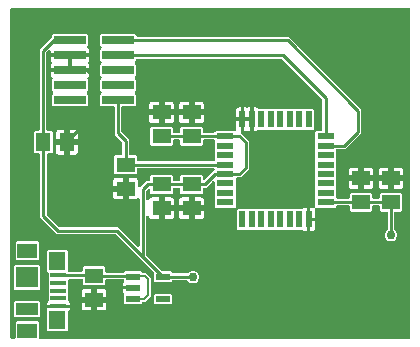
<source format=gbr>
G04 EAGLE Gerber RS-274X export*
G75*
%MOMM*%
%FSLAX34Y34*%
%LPD*%
%INTop Copper*%
%IPPOS*%
%AMOC8*
5,1,8,0,0,1.08239X$1,22.5*%
G01*
%ADD10R,1.300000X1.600000*%
%ADD11R,1.600000X1.300000*%
%ADD12R,1.475000X0.600000*%
%ADD13R,0.600000X1.475000*%
%ADD14R,1.200000X0.600000*%
%ADD15R,2.790000X0.740000*%
%ADD16R,1.371600X0.457200*%
%ADD17R,1.422400X1.549400*%
%ADD18R,1.651000X1.295400*%
%ADD19R,1.905000X1.803400*%
%ADD20R,1.905000X0.990600*%
%ADD21C,0.254000*%
%ADD22C,0.152400*%
%ADD23C,0.756400*%

G36*
X13671Y10176D02*
X13671Y10176D01*
X13790Y10183D01*
X13828Y10196D01*
X13869Y10201D01*
X13979Y10244D01*
X14092Y10281D01*
X14127Y10303D01*
X14164Y10318D01*
X14260Y10387D01*
X14361Y10451D01*
X14389Y10481D01*
X14422Y10504D01*
X14498Y10596D01*
X14579Y10683D01*
X14599Y10718D01*
X14624Y10749D01*
X14675Y10857D01*
X14733Y10961D01*
X14743Y11001D01*
X14760Y11037D01*
X14782Y11154D01*
X14812Y11269D01*
X14816Y11329D01*
X14820Y11349D01*
X14818Y11370D01*
X14822Y11430D01*
X14822Y24159D01*
X15715Y25052D01*
X33489Y25052D01*
X34382Y24159D01*
X34382Y11430D01*
X34397Y11312D01*
X34404Y11193D01*
X34417Y11155D01*
X34422Y11114D01*
X34465Y11004D01*
X34502Y10891D01*
X34524Y10856D01*
X34539Y10819D01*
X34608Y10723D01*
X34672Y10622D01*
X34702Y10594D01*
X34725Y10561D01*
X34817Y10485D01*
X34904Y10404D01*
X34939Y10384D01*
X34970Y10359D01*
X35078Y10308D01*
X35182Y10250D01*
X35222Y10240D01*
X35258Y10223D01*
X35375Y10201D01*
X35490Y10171D01*
X35550Y10167D01*
X35570Y10163D01*
X35591Y10165D01*
X35651Y10161D01*
X347780Y10161D01*
X347898Y10176D01*
X348017Y10183D01*
X348055Y10196D01*
X348096Y10201D01*
X348206Y10244D01*
X348319Y10281D01*
X348354Y10303D01*
X348391Y10318D01*
X348487Y10387D01*
X348588Y10451D01*
X348616Y10481D01*
X348649Y10504D01*
X348725Y10596D01*
X348806Y10683D01*
X348826Y10718D01*
X348851Y10749D01*
X348902Y10857D01*
X348960Y10961D01*
X348970Y11001D01*
X348987Y11037D01*
X349009Y11154D01*
X349039Y11269D01*
X349043Y11329D01*
X349047Y11349D01*
X349045Y11370D01*
X349049Y11430D01*
X349049Y288800D01*
X349034Y288918D01*
X349027Y289037D01*
X349014Y289075D01*
X349009Y289116D01*
X348966Y289226D01*
X348929Y289339D01*
X348907Y289374D01*
X348892Y289411D01*
X348823Y289507D01*
X348759Y289608D01*
X348729Y289636D01*
X348706Y289669D01*
X348614Y289745D01*
X348527Y289826D01*
X348492Y289846D01*
X348461Y289871D01*
X348353Y289922D01*
X348249Y289980D01*
X348209Y289990D01*
X348173Y290007D01*
X348056Y290029D01*
X347941Y290059D01*
X347881Y290063D01*
X347861Y290067D01*
X347840Y290065D01*
X347780Y290069D01*
X11430Y290069D01*
X11312Y290054D01*
X11193Y290047D01*
X11155Y290034D01*
X11114Y290029D01*
X11004Y289986D01*
X10891Y289949D01*
X10856Y289927D01*
X10819Y289912D01*
X10723Y289843D01*
X10622Y289779D01*
X10594Y289749D01*
X10561Y289726D01*
X10485Y289634D01*
X10404Y289547D01*
X10384Y289512D01*
X10359Y289481D01*
X10308Y289373D01*
X10250Y289269D01*
X10240Y289229D01*
X10223Y289193D01*
X10201Y289076D01*
X10171Y288961D01*
X10167Y288901D01*
X10163Y288881D01*
X10165Y288860D01*
X10161Y288800D01*
X10161Y11430D01*
X10176Y11312D01*
X10183Y11193D01*
X10196Y11155D01*
X10201Y11114D01*
X10244Y11004D01*
X10281Y10891D01*
X10303Y10856D01*
X10318Y10819D01*
X10387Y10723D01*
X10451Y10622D01*
X10481Y10594D01*
X10504Y10561D01*
X10596Y10485D01*
X10683Y10404D01*
X10718Y10384D01*
X10749Y10359D01*
X10857Y10308D01*
X10961Y10250D01*
X11001Y10240D01*
X11037Y10223D01*
X11154Y10201D01*
X11269Y10171D01*
X11329Y10167D01*
X11349Y10163D01*
X11370Y10165D01*
X11430Y10161D01*
X13553Y10161D01*
X13671Y10176D01*
G37*
%LPC*%
G36*
X164044Y56923D02*
X164044Y56923D01*
X162094Y57731D01*
X160601Y59224D01*
X160586Y59262D01*
X160571Y59287D01*
X160562Y59315D01*
X160492Y59425D01*
X160428Y59538D01*
X160407Y59559D01*
X160392Y59584D01*
X160297Y59673D01*
X160207Y59766D01*
X160182Y59782D01*
X160160Y59802D01*
X160046Y59865D01*
X159936Y59933D01*
X159907Y59941D01*
X159882Y59956D01*
X159756Y59988D01*
X159632Y60026D01*
X159602Y60028D01*
X159574Y60035D01*
X159413Y60045D01*
X148294Y60045D01*
X148176Y60030D01*
X148057Y60023D01*
X148019Y60010D01*
X147978Y60005D01*
X147868Y59962D01*
X147755Y59925D01*
X147720Y59903D01*
X147683Y59888D01*
X147587Y59819D01*
X147486Y59755D01*
X147458Y59725D01*
X147425Y59702D01*
X147349Y59610D01*
X147268Y59523D01*
X147248Y59488D01*
X147223Y59457D01*
X147178Y59362D01*
X146132Y58315D01*
X132868Y58315D01*
X131975Y59208D01*
X131975Y65887D01*
X131963Y65985D01*
X131960Y66084D01*
X131943Y66142D01*
X131935Y66202D01*
X131899Y66294D01*
X131871Y66389D01*
X131841Y66442D01*
X131818Y66498D01*
X131760Y66578D01*
X131710Y66663D01*
X131644Y66739D01*
X131632Y66755D01*
X131622Y66763D01*
X131604Y66784D01*
X121974Y76414D01*
X119594Y78794D01*
X99954Y98434D01*
X99876Y98494D01*
X99804Y98562D01*
X99751Y98591D01*
X99703Y98628D01*
X99612Y98668D01*
X99525Y98716D01*
X99467Y98731D01*
X99411Y98755D01*
X99313Y98770D01*
X99217Y98795D01*
X99117Y98801D01*
X99097Y98805D01*
X99085Y98803D01*
X99057Y98805D01*
X49642Y98805D01*
X35465Y112982D01*
X35465Y165736D01*
X35450Y165854D01*
X35443Y165973D01*
X35430Y166011D01*
X35425Y166052D01*
X35382Y166162D01*
X35345Y166275D01*
X35323Y166310D01*
X35308Y166347D01*
X35239Y166443D01*
X35175Y166544D01*
X35145Y166572D01*
X35122Y166605D01*
X35030Y166681D01*
X34943Y166762D01*
X34908Y166782D01*
X34877Y166807D01*
X34769Y166858D01*
X34665Y166916D01*
X34625Y166926D01*
X34589Y166943D01*
X34472Y166965D01*
X34357Y166995D01*
X34297Y166999D01*
X34277Y167003D01*
X34256Y167001D01*
X34196Y167005D01*
X31128Y167005D01*
X30235Y167898D01*
X30235Y185162D01*
X31128Y186055D01*
X34036Y186055D01*
X34154Y186070D01*
X34273Y186077D01*
X34311Y186090D01*
X34352Y186095D01*
X34462Y186138D01*
X34575Y186175D01*
X34610Y186197D01*
X34647Y186212D01*
X34743Y186281D01*
X34844Y186345D01*
X34872Y186375D01*
X34905Y186398D01*
X34981Y186490D01*
X35062Y186577D01*
X35082Y186612D01*
X35107Y186643D01*
X35158Y186751D01*
X35216Y186855D01*
X35226Y186895D01*
X35243Y186931D01*
X35265Y187048D01*
X35295Y187163D01*
X35299Y187223D01*
X35303Y187243D01*
X35301Y187264D01*
X35305Y187324D01*
X35305Y255158D01*
X45114Y264966D01*
X45174Y265044D01*
X45242Y265116D01*
X45271Y265169D01*
X45308Y265217D01*
X45348Y265308D01*
X45396Y265395D01*
X45411Y265453D01*
X45435Y265509D01*
X45450Y265607D01*
X45475Y265703D01*
X45481Y265803D01*
X45485Y265823D01*
X45483Y265835D01*
X45485Y265863D01*
X45485Y267222D01*
X46378Y268115D01*
X75542Y268115D01*
X76435Y267222D01*
X76435Y258558D01*
X75947Y258070D01*
X75869Y257971D01*
X75787Y257876D01*
X75772Y257846D01*
X75752Y257819D01*
X75702Y257704D01*
X75646Y257591D01*
X75639Y257558D01*
X75625Y257527D01*
X75606Y257403D01*
X75579Y257280D01*
X75581Y257246D01*
X75575Y257213D01*
X75587Y257088D01*
X75592Y256962D01*
X75602Y256930D01*
X75605Y256896D01*
X75648Y256778D01*
X75684Y256658D01*
X75701Y256629D01*
X75713Y256597D01*
X75783Y256493D01*
X75848Y256385D01*
X75873Y256362D01*
X75891Y256334D01*
X75986Y256251D01*
X76075Y256163D01*
X76116Y256136D01*
X76130Y256123D01*
X76149Y256114D01*
X76209Y256074D01*
X76470Y255923D01*
X76943Y255450D01*
X77278Y254871D01*
X77451Y254224D01*
X77451Y252039D01*
X61540Y252039D01*
X61422Y252024D01*
X61303Y252017D01*
X61265Y252004D01*
X61225Y251999D01*
X61114Y251956D01*
X61001Y251919D01*
X60967Y251897D01*
X60953Y251892D01*
X60848Y251950D01*
X60809Y251960D01*
X60773Y251977D01*
X60656Y251999D01*
X60540Y252029D01*
X60480Y252033D01*
X60460Y252037D01*
X60440Y252035D01*
X60380Y252039D01*
X44469Y252039D01*
X44469Y253353D01*
X44452Y253491D01*
X44439Y253629D01*
X44432Y253648D01*
X44429Y253668D01*
X44378Y253797D01*
X44331Y253928D01*
X44320Y253945D01*
X44312Y253964D01*
X44231Y254076D01*
X44153Y254191D01*
X44137Y254205D01*
X44126Y254221D01*
X44018Y254310D01*
X43914Y254402D01*
X43896Y254411D01*
X43881Y254424D01*
X43755Y254483D01*
X43631Y254547D01*
X43611Y254551D01*
X43593Y254560D01*
X43456Y254586D01*
X43321Y254616D01*
X43300Y254616D01*
X43281Y254619D01*
X43142Y254611D01*
X43003Y254607D01*
X42983Y254601D01*
X42963Y254600D01*
X42831Y254557D01*
X42697Y254518D01*
X42680Y254508D01*
X42661Y254502D01*
X42543Y254427D01*
X42423Y254357D01*
X42402Y254338D01*
X42392Y254331D01*
X42378Y254316D01*
X42303Y254250D01*
X41266Y253214D01*
X41206Y253136D01*
X41138Y253064D01*
X41109Y253011D01*
X41072Y252963D01*
X41032Y252872D01*
X40984Y252785D01*
X40969Y252727D01*
X40945Y252671D01*
X40930Y252573D01*
X40905Y252477D01*
X40899Y252377D01*
X40895Y252357D01*
X40897Y252345D01*
X40895Y252317D01*
X40895Y187324D01*
X40910Y187206D01*
X40917Y187087D01*
X40930Y187049D01*
X40935Y187008D01*
X40978Y186898D01*
X41015Y186785D01*
X41037Y186750D01*
X41052Y186713D01*
X41121Y186617D01*
X41185Y186516D01*
X41215Y186488D01*
X41238Y186455D01*
X41330Y186379D01*
X41417Y186298D01*
X41452Y186278D01*
X41483Y186253D01*
X41591Y186202D01*
X41695Y186144D01*
X41735Y186134D01*
X41771Y186117D01*
X41888Y186095D01*
X42003Y186065D01*
X42063Y186061D01*
X42083Y186057D01*
X42104Y186059D01*
X42164Y186055D01*
X45392Y186055D01*
X46285Y185162D01*
X46285Y167898D01*
X45392Y167005D01*
X42324Y167005D01*
X42206Y166990D01*
X42087Y166983D01*
X42049Y166970D01*
X42008Y166965D01*
X41898Y166922D01*
X41785Y166885D01*
X41750Y166863D01*
X41713Y166848D01*
X41617Y166779D01*
X41516Y166715D01*
X41488Y166685D01*
X41455Y166662D01*
X41379Y166570D01*
X41298Y166483D01*
X41278Y166448D01*
X41253Y166417D01*
X41202Y166309D01*
X41144Y166205D01*
X41134Y166165D01*
X41117Y166129D01*
X41095Y166012D01*
X41065Y165897D01*
X41061Y165837D01*
X41057Y165817D01*
X41059Y165796D01*
X41055Y165736D01*
X41055Y115823D01*
X41067Y115725D01*
X41070Y115626D01*
X41087Y115568D01*
X41095Y115508D01*
X41131Y115416D01*
X41159Y115321D01*
X41189Y115268D01*
X41212Y115212D01*
X41270Y115132D01*
X41320Y115047D01*
X41386Y114971D01*
X41398Y114955D01*
X41408Y114947D01*
X41426Y114926D01*
X51586Y104766D01*
X51664Y104706D01*
X51736Y104638D01*
X51789Y104609D01*
X51837Y104572D01*
X51928Y104532D01*
X52015Y104484D01*
X52073Y104469D01*
X52129Y104445D01*
X52227Y104430D01*
X52323Y104405D01*
X52423Y104399D01*
X52443Y104395D01*
X52455Y104397D01*
X52483Y104395D01*
X101898Y104395D01*
X103906Y102386D01*
X117799Y88494D01*
X117908Y88409D01*
X118015Y88320D01*
X118034Y88311D01*
X118050Y88299D01*
X118178Y88243D01*
X118303Y88184D01*
X118323Y88181D01*
X118342Y88173D01*
X118480Y88151D01*
X118616Y88125D01*
X118636Y88126D01*
X118656Y88123D01*
X118795Y88136D01*
X118933Y88144D01*
X118952Y88151D01*
X118972Y88152D01*
X119104Y88200D01*
X119235Y88242D01*
X119253Y88253D01*
X119272Y88260D01*
X119387Y88338D01*
X119504Y88413D01*
X119518Y88427D01*
X119535Y88439D01*
X119627Y88543D01*
X119722Y88644D01*
X119732Y88662D01*
X119745Y88677D01*
X119809Y88801D01*
X119876Y88923D01*
X119881Y88942D01*
X119890Y88960D01*
X119920Y89096D01*
X119955Y89231D01*
X119957Y89259D01*
X119960Y89271D01*
X119959Y89291D01*
X119965Y89391D01*
X119965Y128178D01*
X119948Y128316D01*
X119935Y128454D01*
X119928Y128473D01*
X119925Y128493D01*
X119874Y128623D01*
X119827Y128754D01*
X119816Y128770D01*
X119808Y128789D01*
X119727Y128901D01*
X119649Y129017D01*
X119633Y129030D01*
X119622Y129046D01*
X119515Y129135D01*
X119410Y129227D01*
X119392Y129236D01*
X119377Y129249D01*
X119251Y129308D01*
X119127Y129372D01*
X119107Y129376D01*
X119089Y129385D01*
X118953Y129411D01*
X118817Y129441D01*
X118796Y129441D01*
X118777Y129445D01*
X118638Y129436D01*
X118499Y129432D01*
X118479Y129426D01*
X118459Y129425D01*
X118327Y129382D01*
X118193Y129343D01*
X118176Y129333D01*
X118157Y129327D01*
X118039Y129253D01*
X117919Y129182D01*
X117898Y129163D01*
X117888Y129157D01*
X117874Y129142D01*
X117798Y129075D01*
X117510Y128787D01*
X116931Y128452D01*
X116284Y128279D01*
X110489Y128279D01*
X110489Y136050D01*
X110474Y136168D01*
X110467Y136287D01*
X110454Y136325D01*
X110449Y136365D01*
X110405Y136476D01*
X110369Y136589D01*
X110347Y136624D01*
X110332Y136661D01*
X110262Y136757D01*
X110199Y136858D01*
X110169Y136886D01*
X110145Y136918D01*
X110054Y136994D01*
X109967Y137076D01*
X109932Y137095D01*
X109900Y137121D01*
X109793Y137172D01*
X109689Y137229D01*
X109649Y137240D01*
X109613Y137257D01*
X109496Y137279D01*
X109381Y137309D01*
X109320Y137313D01*
X109300Y137317D01*
X109280Y137315D01*
X109220Y137319D01*
X107949Y137319D01*
X107949Y137321D01*
X109220Y137321D01*
X109338Y137336D01*
X109457Y137343D01*
X109495Y137356D01*
X109535Y137361D01*
X109646Y137405D01*
X109759Y137441D01*
X109794Y137463D01*
X109831Y137478D01*
X109927Y137548D01*
X110028Y137611D01*
X110056Y137641D01*
X110088Y137665D01*
X110164Y137756D01*
X110246Y137843D01*
X110265Y137878D01*
X110291Y137910D01*
X110342Y138017D01*
X110399Y138121D01*
X110410Y138161D01*
X110427Y138197D01*
X110449Y138314D01*
X110479Y138429D01*
X110483Y138490D01*
X110487Y138510D01*
X110485Y138530D01*
X110489Y138590D01*
X110489Y146361D01*
X116284Y146361D01*
X116931Y146188D01*
X117510Y145853D01*
X117983Y145380D01*
X118318Y144801D01*
X118491Y144154D01*
X118491Y139477D01*
X118508Y139340D01*
X118521Y139201D01*
X118528Y139182D01*
X118531Y139162D01*
X118582Y139033D01*
X118629Y138902D01*
X118640Y138885D01*
X118648Y138866D01*
X118729Y138754D01*
X118807Y138639D01*
X118823Y138625D01*
X118834Y138609D01*
X118942Y138520D01*
X119046Y138428D01*
X119064Y138419D01*
X119079Y138406D01*
X119205Y138347D01*
X119329Y138283D01*
X119349Y138279D01*
X119367Y138270D01*
X119503Y138244D01*
X119639Y138214D01*
X119660Y138214D01*
X119679Y138211D01*
X119818Y138219D01*
X119957Y138223D01*
X119977Y138229D01*
X119997Y138230D01*
X120129Y138273D01*
X120263Y138312D01*
X120280Y138322D01*
X120299Y138328D01*
X120417Y138403D01*
X120537Y138473D01*
X120558Y138492D01*
X120568Y138499D01*
X120582Y138514D01*
X120657Y138580D01*
X125682Y143605D01*
X127636Y143605D01*
X127754Y143620D01*
X127873Y143627D01*
X127911Y143640D01*
X127952Y143645D01*
X128062Y143688D01*
X128175Y143725D01*
X128210Y143747D01*
X128247Y143762D01*
X128343Y143831D01*
X128444Y143895D01*
X128472Y143925D01*
X128505Y143948D01*
X128581Y144040D01*
X128662Y144127D01*
X128682Y144162D01*
X128707Y144193D01*
X128758Y144301D01*
X128816Y144405D01*
X128826Y144445D01*
X128843Y144481D01*
X128865Y144598D01*
X128895Y144713D01*
X128899Y144773D01*
X128903Y144793D01*
X128901Y144814D01*
X128905Y144874D01*
X128905Y147942D01*
X129798Y148835D01*
X147062Y148835D01*
X147955Y147942D01*
X147955Y144874D01*
X147970Y144756D01*
X147977Y144637D01*
X147990Y144599D01*
X147995Y144558D01*
X148038Y144448D01*
X148075Y144335D01*
X148097Y144300D01*
X148112Y144263D01*
X148181Y144167D01*
X148245Y144066D01*
X148275Y144038D01*
X148298Y144005D01*
X148390Y143929D01*
X148477Y143848D01*
X148512Y143828D01*
X148543Y143803D01*
X148651Y143752D01*
X148755Y143694D01*
X148795Y143684D01*
X148831Y143667D01*
X148948Y143645D01*
X149063Y143615D01*
X149123Y143611D01*
X149143Y143607D01*
X149164Y143609D01*
X149224Y143605D01*
X153036Y143605D01*
X153154Y143620D01*
X153273Y143627D01*
X153311Y143640D01*
X153352Y143645D01*
X153462Y143688D01*
X153575Y143725D01*
X153610Y143747D01*
X153647Y143762D01*
X153743Y143831D01*
X153844Y143895D01*
X153872Y143925D01*
X153905Y143948D01*
X153981Y144040D01*
X154062Y144127D01*
X154082Y144162D01*
X154107Y144193D01*
X154158Y144301D01*
X154216Y144405D01*
X154226Y144445D01*
X154243Y144481D01*
X154265Y144598D01*
X154295Y144713D01*
X154299Y144773D01*
X154303Y144793D01*
X154301Y144814D01*
X154305Y144874D01*
X154305Y147942D01*
X155198Y148835D01*
X172462Y148835D01*
X173355Y147942D01*
X173355Y146081D01*
X173372Y145944D01*
X173385Y145805D01*
X173392Y145786D01*
X173395Y145766D01*
X173446Y145637D01*
X173493Y145506D01*
X173504Y145489D01*
X173512Y145470D01*
X173593Y145358D01*
X173671Y145243D01*
X173687Y145229D01*
X173698Y145213D01*
X173806Y145124D01*
X173910Y145032D01*
X173928Y145023D01*
X173943Y145010D01*
X174069Y144951D01*
X174193Y144887D01*
X174213Y144883D01*
X174231Y144874D01*
X174367Y144848D01*
X174503Y144818D01*
X174524Y144818D01*
X174543Y144815D01*
X174682Y144823D01*
X174821Y144827D01*
X174841Y144833D01*
X174861Y144834D01*
X174993Y144877D01*
X175127Y144916D01*
X175144Y144926D01*
X175163Y144932D01*
X175281Y145007D01*
X175401Y145077D01*
X175422Y145096D01*
X175432Y145103D01*
X175446Y145117D01*
X175521Y145184D01*
X183046Y152709D01*
X183131Y152818D01*
X183220Y152925D01*
X183229Y152944D01*
X183241Y152960D01*
X183297Y153088D01*
X183356Y153213D01*
X183359Y153233D01*
X183367Y153252D01*
X183389Y153390D01*
X183415Y153526D01*
X183414Y153546D01*
X183417Y153566D01*
X183404Y153705D01*
X183396Y153843D01*
X183389Y153862D01*
X183388Y153882D01*
X183340Y154014D01*
X183298Y154145D01*
X183287Y154163D01*
X183280Y154182D01*
X183202Y154297D01*
X183127Y154414D01*
X183113Y154428D01*
X183101Y154445D01*
X182997Y154537D01*
X182896Y154632D01*
X182878Y154642D01*
X182863Y154655D01*
X182739Y154718D01*
X182617Y154786D01*
X182598Y154791D01*
X182580Y154800D01*
X182444Y154830D01*
X182309Y154865D01*
X182281Y154867D01*
X182269Y154870D01*
X182249Y154869D01*
X182149Y154875D01*
X118744Y154875D01*
X118626Y154860D01*
X118507Y154853D01*
X118469Y154840D01*
X118428Y154835D01*
X118318Y154792D01*
X118205Y154755D01*
X118170Y154733D01*
X118133Y154718D01*
X118037Y154649D01*
X117936Y154585D01*
X117908Y154555D01*
X117875Y154532D01*
X117799Y154440D01*
X117718Y154353D01*
X117698Y154318D01*
X117673Y154287D01*
X117622Y154179D01*
X117564Y154075D01*
X117554Y154035D01*
X117537Y153999D01*
X117515Y153882D01*
X117485Y153767D01*
X117481Y153707D01*
X117477Y153687D01*
X117478Y153671D01*
X117477Y153666D01*
X117478Y153656D01*
X117475Y153606D01*
X117475Y150188D01*
X116582Y149295D01*
X99318Y149295D01*
X98425Y150188D01*
X98425Y164452D01*
X99318Y165345D01*
X103886Y165345D01*
X104004Y165360D01*
X104123Y165367D01*
X104161Y165380D01*
X104202Y165385D01*
X104312Y165428D01*
X104425Y165465D01*
X104460Y165487D01*
X104497Y165502D01*
X104593Y165571D01*
X104694Y165635D01*
X104722Y165665D01*
X104755Y165688D01*
X104831Y165780D01*
X104912Y165867D01*
X104932Y165902D01*
X104957Y165933D01*
X105008Y166041D01*
X105066Y166145D01*
X105076Y166185D01*
X105093Y166221D01*
X105115Y166338D01*
X105145Y166453D01*
X105149Y166513D01*
X105153Y166533D01*
X105151Y166554D01*
X105155Y166614D01*
X105155Y176117D01*
X105143Y176215D01*
X105140Y176314D01*
X105123Y176372D01*
X105115Y176432D01*
X105079Y176524D01*
X105051Y176619D01*
X105021Y176672D01*
X104998Y176728D01*
X104940Y176808D01*
X104890Y176893D01*
X104824Y176969D01*
X104812Y176985D01*
X104802Y176993D01*
X104784Y177014D01*
X98865Y182932D01*
X98865Y205596D01*
X98850Y205714D01*
X98843Y205833D01*
X98830Y205871D01*
X98825Y205912D01*
X98782Y206022D01*
X98745Y206135D01*
X98723Y206170D01*
X98708Y206207D01*
X98639Y206303D01*
X98575Y206404D01*
X98545Y206432D01*
X98522Y206465D01*
X98430Y206541D01*
X98343Y206622D01*
X98308Y206642D01*
X98277Y206667D01*
X98169Y206718D01*
X98065Y206776D01*
X98025Y206786D01*
X97989Y206803D01*
X97872Y206825D01*
X97757Y206855D01*
X97697Y206859D01*
X97677Y206863D01*
X97656Y206861D01*
X97596Y206865D01*
X87078Y206865D01*
X86185Y207758D01*
X86185Y216422D01*
X87306Y217543D01*
X87379Y217637D01*
X87458Y217726D01*
X87476Y217762D01*
X87501Y217794D01*
X87549Y217903D01*
X87603Y218009D01*
X87611Y218048D01*
X87627Y218086D01*
X87646Y218203D01*
X87672Y218319D01*
X87671Y218360D01*
X87677Y218400D01*
X87666Y218518D01*
X87663Y218637D01*
X87651Y218676D01*
X87648Y218716D01*
X87607Y218828D01*
X87574Y218943D01*
X87554Y218978D01*
X87540Y219016D01*
X87473Y219114D01*
X87413Y219217D01*
X87373Y219262D01*
X87361Y219279D01*
X87346Y219292D01*
X87306Y219338D01*
X86185Y220458D01*
X86185Y229122D01*
X87306Y230243D01*
X87379Y230337D01*
X87458Y230426D01*
X87476Y230462D01*
X87501Y230494D01*
X87549Y230603D01*
X87603Y230709D01*
X87611Y230748D01*
X87627Y230786D01*
X87646Y230903D01*
X87672Y231019D01*
X87671Y231060D01*
X87677Y231100D01*
X87666Y231218D01*
X87663Y231337D01*
X87651Y231376D01*
X87648Y231416D01*
X87607Y231528D01*
X87574Y231643D01*
X87554Y231678D01*
X87540Y231716D01*
X87473Y231814D01*
X87413Y231917D01*
X87373Y231962D01*
X87361Y231979D01*
X87346Y231992D01*
X87306Y232038D01*
X86185Y233158D01*
X86185Y241822D01*
X87306Y242943D01*
X87379Y243037D01*
X87458Y243126D01*
X87476Y243162D01*
X87501Y243194D01*
X87549Y243303D01*
X87603Y243409D01*
X87611Y243448D01*
X87627Y243486D01*
X87646Y243603D01*
X87672Y243719D01*
X87671Y243760D01*
X87677Y243800D01*
X87666Y243918D01*
X87663Y244037D01*
X87651Y244076D01*
X87648Y244116D01*
X87607Y244228D01*
X87574Y244343D01*
X87554Y244378D01*
X87540Y244416D01*
X87473Y244514D01*
X87413Y244617D01*
X87373Y244662D01*
X87361Y244679D01*
X87346Y244692D01*
X87306Y244738D01*
X86185Y245858D01*
X86185Y254522D01*
X87306Y255642D01*
X87379Y255737D01*
X87458Y255826D01*
X87476Y255862D01*
X87501Y255894D01*
X87548Y256003D01*
X87603Y256109D01*
X87611Y256148D01*
X87627Y256186D01*
X87646Y256303D01*
X87672Y256419D01*
X87671Y256460D01*
X87677Y256500D01*
X87666Y256618D01*
X87663Y256737D01*
X87651Y256776D01*
X87648Y256816D01*
X87607Y256929D01*
X87574Y257043D01*
X87554Y257077D01*
X87540Y257116D01*
X87473Y257214D01*
X87413Y257317D01*
X87373Y257362D01*
X87361Y257379D01*
X87346Y257392D01*
X87306Y257437D01*
X86185Y258558D01*
X86185Y267222D01*
X87078Y268115D01*
X116242Y268115D01*
X117135Y267222D01*
X117135Y266954D01*
X117150Y266836D01*
X117157Y266717D01*
X117170Y266679D01*
X117175Y266638D01*
X117218Y266528D01*
X117255Y266415D01*
X117277Y266380D01*
X117292Y266343D01*
X117361Y266247D01*
X117425Y266146D01*
X117455Y266118D01*
X117478Y266085D01*
X117570Y266009D01*
X117657Y265928D01*
X117692Y265908D01*
X117723Y265883D01*
X117831Y265832D01*
X117935Y265774D01*
X117975Y265764D01*
X118011Y265747D01*
X118128Y265725D01*
X118243Y265695D01*
X118303Y265691D01*
X118323Y265687D01*
X118344Y265689D01*
X118404Y265685D01*
X246268Y265685D01*
X307595Y204358D01*
X307595Y184262D01*
X294208Y170875D01*
X287499Y170875D01*
X287381Y170860D01*
X287262Y170853D01*
X287224Y170840D01*
X287183Y170835D01*
X287073Y170792D01*
X286960Y170755D01*
X286925Y170733D01*
X286888Y170718D01*
X286792Y170649D01*
X286691Y170585D01*
X286663Y170555D01*
X286630Y170532D01*
X286554Y170440D01*
X286473Y170353D01*
X286453Y170318D01*
X286428Y170287D01*
X286377Y170179D01*
X286319Y170075D01*
X286309Y170035D01*
X286292Y169999D01*
X286270Y169882D01*
X286240Y169767D01*
X286236Y169707D01*
X286232Y169687D01*
X286234Y169666D01*
X286230Y169606D01*
X286230Y129954D01*
X286245Y129836D01*
X286252Y129717D01*
X286265Y129679D01*
X286270Y129638D01*
X286313Y129528D01*
X286350Y129415D01*
X286372Y129380D01*
X286387Y129343D01*
X286456Y129247D01*
X286520Y129146D01*
X286550Y129118D01*
X286573Y129085D01*
X286665Y129009D01*
X286752Y128928D01*
X286787Y128908D01*
X286818Y128883D01*
X286926Y128832D01*
X287030Y128774D01*
X287070Y128764D01*
X287106Y128747D01*
X287223Y128725D01*
X287338Y128695D01*
X287398Y128691D01*
X287418Y128687D01*
X287439Y128689D01*
X287499Y128685D01*
X296546Y128685D01*
X296664Y128700D01*
X296783Y128707D01*
X296821Y128720D01*
X296862Y128725D01*
X296972Y128768D01*
X297085Y128805D01*
X297120Y128827D01*
X297157Y128842D01*
X297253Y128911D01*
X297354Y128975D01*
X297382Y129005D01*
X297415Y129028D01*
X297491Y129120D01*
X297572Y129207D01*
X297592Y129242D01*
X297617Y129273D01*
X297668Y129381D01*
X297726Y129485D01*
X297736Y129525D01*
X297753Y129561D01*
X297775Y129678D01*
X297805Y129793D01*
X297809Y129853D01*
X297813Y129873D01*
X297811Y129894D01*
X297815Y129954D01*
X297815Y133022D01*
X298708Y133915D01*
X315972Y133915D01*
X316865Y133022D01*
X316865Y129954D01*
X316880Y129836D01*
X316887Y129717D01*
X316900Y129679D01*
X316905Y129638D01*
X316948Y129528D01*
X316985Y129415D01*
X317007Y129380D01*
X317022Y129343D01*
X317091Y129247D01*
X317155Y129146D01*
X317185Y129118D01*
X317208Y129085D01*
X317300Y129009D01*
X317387Y128928D01*
X317422Y128908D01*
X317453Y128883D01*
X317561Y128832D01*
X317665Y128774D01*
X317705Y128764D01*
X317741Y128747D01*
X317858Y128725D01*
X317973Y128695D01*
X318033Y128691D01*
X318053Y128687D01*
X318074Y128689D01*
X318134Y128685D01*
X321946Y128685D01*
X322064Y128700D01*
X322183Y128707D01*
X322221Y128720D01*
X322262Y128725D01*
X322372Y128768D01*
X322485Y128805D01*
X322520Y128827D01*
X322557Y128842D01*
X322653Y128911D01*
X322754Y128975D01*
X322782Y129005D01*
X322815Y129028D01*
X322891Y129120D01*
X322972Y129207D01*
X322992Y129242D01*
X323017Y129273D01*
X323068Y129381D01*
X323126Y129485D01*
X323136Y129525D01*
X323153Y129561D01*
X323175Y129678D01*
X323205Y129793D01*
X323209Y129853D01*
X323213Y129873D01*
X323211Y129894D01*
X323215Y129954D01*
X323215Y133022D01*
X324108Y133915D01*
X341372Y133915D01*
X342265Y133022D01*
X342265Y118758D01*
X341372Y117865D01*
X336804Y117865D01*
X336686Y117850D01*
X336567Y117843D01*
X336529Y117830D01*
X336488Y117825D01*
X336378Y117782D01*
X336265Y117745D01*
X336230Y117723D01*
X336193Y117708D01*
X336097Y117639D01*
X335996Y117575D01*
X335968Y117545D01*
X335935Y117522D01*
X335859Y117430D01*
X335778Y117343D01*
X335758Y117308D01*
X335733Y117277D01*
X335682Y117169D01*
X335624Y117065D01*
X335614Y117025D01*
X335597Y116989D01*
X335575Y116872D01*
X335545Y116757D01*
X335541Y116697D01*
X335537Y116677D01*
X335539Y116656D01*
X335535Y116596D01*
X335535Y103026D01*
X335547Y102928D01*
X335550Y102829D01*
X335567Y102770D01*
X335575Y102710D01*
X335611Y102618D01*
X335639Y102523D01*
X335669Y102471D01*
X335692Y102415D01*
X335750Y102335D01*
X335800Y102249D01*
X335866Y102174D01*
X335878Y102157D01*
X335888Y102150D01*
X335906Y102128D01*
X337239Y100796D01*
X338047Y98846D01*
X338047Y96734D01*
X337239Y94784D01*
X335746Y93291D01*
X333796Y92483D01*
X331684Y92483D01*
X329734Y93291D01*
X328241Y94784D01*
X327433Y96734D01*
X327433Y98846D01*
X328241Y100796D01*
X329574Y102128D01*
X329634Y102207D01*
X329702Y102279D01*
X329731Y102332D01*
X329768Y102380D01*
X329808Y102471D01*
X329856Y102557D01*
X329871Y102616D01*
X329895Y102672D01*
X329910Y102769D01*
X329935Y102865D01*
X329941Y102965D01*
X329945Y102986D01*
X329943Y102998D01*
X329945Y103026D01*
X329945Y116596D01*
X329930Y116714D01*
X329923Y116833D01*
X329910Y116871D01*
X329905Y116912D01*
X329862Y117022D01*
X329825Y117135D01*
X329803Y117170D01*
X329788Y117207D01*
X329719Y117303D01*
X329655Y117404D01*
X329625Y117432D01*
X329602Y117465D01*
X329510Y117541D01*
X329423Y117622D01*
X329388Y117642D01*
X329357Y117667D01*
X329249Y117718D01*
X329145Y117776D01*
X329105Y117786D01*
X329069Y117803D01*
X328952Y117825D01*
X328837Y117855D01*
X328777Y117859D01*
X328757Y117863D01*
X328736Y117861D01*
X328676Y117865D01*
X324108Y117865D01*
X323215Y118758D01*
X323215Y121826D01*
X323200Y121944D01*
X323193Y122063D01*
X323180Y122101D01*
X323175Y122142D01*
X323132Y122252D01*
X323095Y122365D01*
X323073Y122400D01*
X323058Y122437D01*
X322989Y122533D01*
X322925Y122634D01*
X322895Y122662D01*
X322872Y122695D01*
X322780Y122771D01*
X322693Y122852D01*
X322658Y122872D01*
X322627Y122897D01*
X322519Y122948D01*
X322415Y123006D01*
X322375Y123016D01*
X322339Y123033D01*
X322222Y123055D01*
X322107Y123085D01*
X322047Y123089D01*
X322027Y123093D01*
X322006Y123091D01*
X321946Y123095D01*
X318134Y123095D01*
X318016Y123080D01*
X317897Y123073D01*
X317859Y123060D01*
X317818Y123055D01*
X317708Y123012D01*
X317595Y122975D01*
X317560Y122953D01*
X317523Y122938D01*
X317427Y122869D01*
X317326Y122805D01*
X317298Y122775D01*
X317265Y122752D01*
X317189Y122660D01*
X317108Y122573D01*
X317088Y122538D01*
X317063Y122507D01*
X317012Y122399D01*
X316954Y122295D01*
X316944Y122255D01*
X316927Y122219D01*
X316905Y122102D01*
X316875Y121987D01*
X316871Y121927D01*
X316867Y121907D01*
X316869Y121886D01*
X316865Y121826D01*
X316865Y118758D01*
X315972Y117865D01*
X298708Y117865D01*
X297815Y118758D01*
X297815Y121826D01*
X297800Y121944D01*
X297793Y122063D01*
X297780Y122101D01*
X297775Y122142D01*
X297732Y122252D01*
X297695Y122365D01*
X297673Y122400D01*
X297658Y122437D01*
X297589Y122533D01*
X297525Y122634D01*
X297495Y122662D01*
X297472Y122695D01*
X297380Y122771D01*
X297293Y122852D01*
X297258Y122872D01*
X297227Y122897D01*
X297119Y122948D01*
X297015Y123006D01*
X296975Y123016D01*
X296939Y123033D01*
X296822Y123055D01*
X296707Y123085D01*
X296647Y123089D01*
X296627Y123093D01*
X296606Y123091D01*
X296546Y123095D01*
X287499Y123095D01*
X287381Y123080D01*
X287262Y123073D01*
X287224Y123060D01*
X287183Y123055D01*
X287073Y123012D01*
X286960Y122975D01*
X286925Y122953D01*
X286888Y122938D01*
X286792Y122869D01*
X286691Y122805D01*
X286663Y122775D01*
X286630Y122752D01*
X286554Y122660D01*
X286473Y122573D01*
X286453Y122538D01*
X286428Y122507D01*
X286377Y122399D01*
X286319Y122295D01*
X286309Y122255D01*
X286292Y122219D01*
X286270Y122102D01*
X286261Y122070D01*
X285337Y121145D01*
X269570Y121145D01*
X269445Y121130D01*
X269320Y121120D01*
X269288Y121110D01*
X269254Y121105D01*
X269138Y121059D01*
X269018Y121019D01*
X268990Y121001D01*
X268959Y120988D01*
X268857Y120915D01*
X268751Y120846D01*
X268729Y120821D01*
X268701Y120802D01*
X268621Y120705D01*
X268536Y120612D01*
X268520Y120583D01*
X268499Y120557D01*
X268445Y120443D01*
X268385Y120332D01*
X268377Y120299D01*
X268363Y120269D01*
X268339Y120145D01*
X268309Y120023D01*
X268310Y119990D01*
X268303Y119957D01*
X268311Y119831D01*
X268312Y119705D01*
X268322Y119657D01*
X268323Y119639D01*
X268330Y119619D01*
X268344Y119547D01*
X268491Y118999D01*
X268491Y112789D01*
X264449Y112789D01*
X264449Y121206D01*
X266284Y121206D01*
X266832Y121059D01*
X266957Y121042D01*
X267081Y121018D01*
X267114Y121020D01*
X267148Y121016D01*
X267273Y121030D01*
X267398Y121038D01*
X267430Y121048D01*
X267463Y121052D01*
X267581Y121097D01*
X267700Y121136D01*
X267729Y121154D01*
X267760Y121166D01*
X267863Y121239D01*
X267969Y121306D01*
X267992Y121331D01*
X268020Y121350D01*
X268101Y121446D01*
X268187Y121538D01*
X268203Y121567D01*
X268225Y121593D01*
X268280Y121706D01*
X268341Y121816D01*
X268349Y121849D01*
X268364Y121879D01*
X268389Y122003D01*
X268420Y122124D01*
X268423Y122173D01*
X268427Y122191D01*
X268426Y122213D01*
X268430Y122285D01*
X268430Y185302D01*
X269323Y186195D01*
X273266Y186195D01*
X273384Y186210D01*
X273503Y186217D01*
X273541Y186230D01*
X273582Y186235D01*
X273692Y186278D01*
X273805Y186315D01*
X273840Y186337D01*
X273877Y186352D01*
X273973Y186421D01*
X274074Y186485D01*
X274102Y186515D01*
X274135Y186538D01*
X274211Y186630D01*
X274292Y186717D01*
X274312Y186752D01*
X274337Y186783D01*
X274388Y186891D01*
X274446Y186995D01*
X274456Y187035D01*
X274473Y187071D01*
X274495Y187188D01*
X274525Y187303D01*
X274529Y187363D01*
X274533Y187383D01*
X274531Y187404D01*
X274535Y187464D01*
X274535Y212477D01*
X274523Y212575D01*
X274520Y212674D01*
X274503Y212732D01*
X274495Y212792D01*
X274459Y212884D01*
X274431Y212979D01*
X274401Y213032D01*
X274378Y213088D01*
X274320Y213168D01*
X274270Y213253D01*
X274204Y213329D01*
X274192Y213345D01*
X274182Y213353D01*
X274164Y213374D01*
X240514Y247024D01*
X240436Y247084D01*
X240364Y247152D01*
X240311Y247181D01*
X240263Y247218D01*
X240172Y247258D01*
X240085Y247306D01*
X240027Y247321D01*
X239971Y247345D01*
X239873Y247360D01*
X239777Y247385D01*
X239677Y247391D01*
X239657Y247395D01*
X239645Y247393D01*
X239617Y247395D01*
X118404Y247395D01*
X118286Y247380D01*
X118167Y247373D01*
X118129Y247360D01*
X118088Y247355D01*
X117978Y247312D01*
X117865Y247275D01*
X117830Y247253D01*
X117793Y247238D01*
X117697Y247169D01*
X117596Y247105D01*
X117568Y247075D01*
X117535Y247052D01*
X117459Y246960D01*
X117378Y246873D01*
X117358Y246838D01*
X117333Y246807D01*
X117282Y246699D01*
X117224Y246595D01*
X117214Y246555D01*
X117197Y246519D01*
X117175Y246402D01*
X117145Y246287D01*
X117141Y246227D01*
X117137Y246207D01*
X117139Y246186D01*
X117135Y246126D01*
X117135Y245858D01*
X116014Y244738D01*
X115941Y244643D01*
X115862Y244554D01*
X115844Y244518D01*
X115819Y244486D01*
X115772Y244377D01*
X115717Y244271D01*
X115709Y244232D01*
X115693Y244194D01*
X115674Y244077D01*
X115648Y243961D01*
X115649Y243920D01*
X115643Y243880D01*
X115654Y243762D01*
X115657Y243643D01*
X115669Y243604D01*
X115672Y243564D01*
X115713Y243451D01*
X115746Y243337D01*
X115766Y243303D01*
X115780Y243264D01*
X115847Y243166D01*
X115907Y243063D01*
X115947Y243018D01*
X115959Y243001D01*
X115974Y242988D01*
X116014Y242943D01*
X117135Y241822D01*
X117135Y233158D01*
X116014Y232038D01*
X115941Y231943D01*
X115862Y231854D01*
X115844Y231818D01*
X115819Y231786D01*
X115772Y231677D01*
X115717Y231571D01*
X115709Y231532D01*
X115693Y231494D01*
X115674Y231377D01*
X115648Y231261D01*
X115649Y231220D01*
X115643Y231180D01*
X115654Y231062D01*
X115657Y230943D01*
X115669Y230904D01*
X115672Y230864D01*
X115713Y230751D01*
X115746Y230637D01*
X115766Y230603D01*
X115780Y230564D01*
X115847Y230466D01*
X115907Y230363D01*
X115947Y230318D01*
X115959Y230301D01*
X115974Y230288D01*
X116014Y230243D01*
X117135Y229122D01*
X117135Y220458D01*
X116014Y219338D01*
X115941Y219243D01*
X115862Y219154D01*
X115844Y219118D01*
X115819Y219086D01*
X115772Y218977D01*
X115717Y218871D01*
X115709Y218832D01*
X115693Y218794D01*
X115674Y218677D01*
X115648Y218561D01*
X115649Y218520D01*
X115643Y218480D01*
X115654Y218362D01*
X115657Y218243D01*
X115669Y218204D01*
X115672Y218164D01*
X115713Y218051D01*
X115746Y217937D01*
X115766Y217903D01*
X115780Y217864D01*
X115847Y217766D01*
X115907Y217663D01*
X115947Y217618D01*
X115959Y217601D01*
X115974Y217588D01*
X116014Y217543D01*
X117135Y216422D01*
X117135Y207758D01*
X116242Y206865D01*
X105724Y206865D01*
X105606Y206850D01*
X105487Y206843D01*
X105449Y206830D01*
X105408Y206825D01*
X105298Y206782D01*
X105185Y206745D01*
X105150Y206723D01*
X105113Y206708D01*
X105017Y206639D01*
X104916Y206575D01*
X104888Y206545D01*
X104855Y206522D01*
X104779Y206430D01*
X104698Y206343D01*
X104678Y206308D01*
X104653Y206277D01*
X104602Y206169D01*
X104544Y206065D01*
X104534Y206025D01*
X104517Y205989D01*
X104495Y205872D01*
X104465Y205757D01*
X104461Y205697D01*
X104457Y205677D01*
X104459Y205656D01*
X104455Y205596D01*
X104455Y185773D01*
X104467Y185675D01*
X104470Y185576D01*
X104487Y185518D01*
X104495Y185458D01*
X104531Y185366D01*
X104559Y185271D01*
X104589Y185218D01*
X104612Y185162D01*
X104670Y185082D01*
X104720Y184997D01*
X104786Y184921D01*
X104798Y184905D01*
X104808Y184897D01*
X104826Y184876D01*
X110745Y178958D01*
X110745Y166614D01*
X110760Y166496D01*
X110767Y166377D01*
X110780Y166339D01*
X110785Y166298D01*
X110828Y166188D01*
X110865Y166075D01*
X110887Y166040D01*
X110902Y166003D01*
X110971Y165907D01*
X111035Y165806D01*
X111065Y165778D01*
X111088Y165745D01*
X111180Y165669D01*
X111267Y165588D01*
X111302Y165568D01*
X111333Y165543D01*
X111441Y165492D01*
X111545Y165434D01*
X111585Y165424D01*
X111621Y165407D01*
X111738Y165385D01*
X111853Y165355D01*
X111913Y165351D01*
X111933Y165347D01*
X111954Y165349D01*
X112014Y165345D01*
X116582Y165345D01*
X117475Y164452D01*
X117475Y161734D01*
X117490Y161616D01*
X117497Y161497D01*
X117510Y161459D01*
X117515Y161418D01*
X117558Y161308D01*
X117595Y161195D01*
X117617Y161160D01*
X117632Y161123D01*
X117701Y161027D01*
X117765Y160926D01*
X117795Y160898D01*
X117818Y160865D01*
X117910Y160789D01*
X117997Y160708D01*
X118032Y160688D01*
X118063Y160663D01*
X118171Y160612D01*
X118275Y160554D01*
X118315Y160544D01*
X118351Y160527D01*
X118468Y160505D01*
X118583Y160475D01*
X118643Y160471D01*
X118663Y160467D01*
X118684Y160469D01*
X118744Y160465D01*
X182401Y160465D01*
X182519Y160480D01*
X182638Y160487D01*
X182676Y160500D01*
X182717Y160505D01*
X182827Y160548D01*
X182940Y160585D01*
X182975Y160607D01*
X183012Y160622D01*
X183108Y160691D01*
X183209Y160755D01*
X183237Y160785D01*
X183270Y160808D01*
X183346Y160900D01*
X183427Y160987D01*
X183447Y161022D01*
X183472Y161053D01*
X183523Y161161D01*
X183581Y161265D01*
X183591Y161305D01*
X183608Y161341D01*
X183630Y161458D01*
X183660Y161573D01*
X183664Y161633D01*
X183668Y161653D01*
X183666Y161674D01*
X183670Y161734D01*
X183670Y177606D01*
X183655Y177724D01*
X183648Y177843D01*
X183635Y177881D01*
X183630Y177922D01*
X183587Y178032D01*
X183550Y178145D01*
X183528Y178180D01*
X183513Y178217D01*
X183444Y178313D01*
X183380Y178414D01*
X183350Y178442D01*
X183327Y178475D01*
X183235Y178551D01*
X183148Y178632D01*
X183113Y178652D01*
X183082Y178677D01*
X182974Y178728D01*
X182870Y178786D01*
X182830Y178796D01*
X182794Y178813D01*
X182677Y178835D01*
X182562Y178865D01*
X182502Y178869D01*
X182482Y178873D01*
X182461Y178871D01*
X182401Y178875D01*
X174624Y178875D01*
X174506Y178860D01*
X174387Y178853D01*
X174349Y178840D01*
X174308Y178835D01*
X174198Y178792D01*
X174085Y178755D01*
X174050Y178733D01*
X174013Y178718D01*
X173917Y178649D01*
X173816Y178585D01*
X173788Y178555D01*
X173755Y178532D01*
X173679Y178440D01*
X173598Y178353D01*
X173578Y178318D01*
X173553Y178287D01*
X173502Y178179D01*
X173444Y178075D01*
X173434Y178035D01*
X173417Y177999D01*
X173395Y177882D01*
X173365Y177767D01*
X173361Y177707D01*
X173357Y177687D01*
X173359Y177666D01*
X173355Y177606D01*
X173355Y174638D01*
X172462Y173745D01*
X155198Y173745D01*
X154305Y174638D01*
X154305Y177706D01*
X154290Y177824D01*
X154283Y177943D01*
X154270Y177981D01*
X154265Y178022D01*
X154222Y178132D01*
X154185Y178245D01*
X154163Y178280D01*
X154148Y178317D01*
X154079Y178413D01*
X154015Y178514D01*
X153985Y178542D01*
X153962Y178575D01*
X153870Y178651D01*
X153783Y178732D01*
X153748Y178752D01*
X153717Y178777D01*
X153609Y178828D01*
X153505Y178886D01*
X153465Y178896D01*
X153429Y178913D01*
X153312Y178935D01*
X153197Y178965D01*
X153137Y178969D01*
X153117Y178973D01*
X153096Y178971D01*
X153036Y178975D01*
X149224Y178975D01*
X149106Y178960D01*
X148987Y178953D01*
X148949Y178940D01*
X148908Y178935D01*
X148798Y178892D01*
X148685Y178855D01*
X148650Y178833D01*
X148613Y178818D01*
X148517Y178749D01*
X148416Y178685D01*
X148388Y178655D01*
X148355Y178632D01*
X148279Y178540D01*
X148198Y178453D01*
X148178Y178418D01*
X148153Y178387D01*
X148102Y178279D01*
X148044Y178175D01*
X148034Y178135D01*
X148017Y178099D01*
X147995Y177982D01*
X147965Y177867D01*
X147961Y177807D01*
X147957Y177787D01*
X147957Y177783D01*
X147957Y177782D01*
X147958Y177764D01*
X147955Y177706D01*
X147955Y174638D01*
X147062Y173745D01*
X129798Y173745D01*
X128905Y174638D01*
X128905Y188902D01*
X129798Y189795D01*
X147062Y189795D01*
X147955Y188902D01*
X147955Y185834D01*
X147970Y185716D01*
X147977Y185597D01*
X147990Y185559D01*
X147995Y185518D01*
X148038Y185408D01*
X148075Y185295D01*
X148097Y185260D01*
X148112Y185223D01*
X148181Y185127D01*
X148245Y185026D01*
X148275Y184998D01*
X148298Y184965D01*
X148390Y184889D01*
X148477Y184808D01*
X148512Y184788D01*
X148543Y184763D01*
X148651Y184712D01*
X148755Y184654D01*
X148795Y184644D01*
X148831Y184627D01*
X148948Y184605D01*
X149063Y184575D01*
X149123Y184571D01*
X149143Y184567D01*
X149164Y184569D01*
X149224Y184565D01*
X153036Y184565D01*
X153154Y184580D01*
X153273Y184587D01*
X153311Y184600D01*
X153352Y184605D01*
X153462Y184648D01*
X153575Y184685D01*
X153610Y184707D01*
X153647Y184722D01*
X153743Y184791D01*
X153844Y184855D01*
X153872Y184885D01*
X153905Y184908D01*
X153980Y185000D01*
X154062Y185087D01*
X154082Y185122D01*
X154107Y185153D01*
X154158Y185261D01*
X154216Y185365D01*
X154226Y185405D01*
X154243Y185441D01*
X154265Y185558D01*
X154295Y185673D01*
X154299Y185733D01*
X154303Y185753D01*
X154301Y185774D01*
X154305Y185834D01*
X154305Y188902D01*
X155198Y189795D01*
X172462Y189795D01*
X173355Y188902D01*
X173355Y185734D01*
X173370Y185616D01*
X173377Y185497D01*
X173390Y185459D01*
X173395Y185418D01*
X173438Y185308D01*
X173475Y185195D01*
X173497Y185160D01*
X173512Y185123D01*
X173581Y185027D01*
X173645Y184926D01*
X173675Y184898D01*
X173698Y184865D01*
X173790Y184789D01*
X173877Y184708D01*
X173912Y184688D01*
X173943Y184663D01*
X174051Y184612D01*
X174155Y184554D01*
X174195Y184544D01*
X174231Y184527D01*
X174348Y184505D01*
X174463Y184475D01*
X174523Y184471D01*
X174543Y184467D01*
X174564Y184469D01*
X174624Y184465D01*
X182401Y184465D01*
X182519Y184480D01*
X182638Y184487D01*
X182676Y184500D01*
X182717Y184505D01*
X182827Y184548D01*
X182940Y184585D01*
X182975Y184607D01*
X183012Y184622D01*
X183108Y184691D01*
X183209Y184755D01*
X183237Y184785D01*
X183270Y184808D01*
X183346Y184900D01*
X183427Y184987D01*
X183447Y185022D01*
X183472Y185053D01*
X183517Y185148D01*
X184563Y186195D01*
X200330Y186195D01*
X200455Y186211D01*
X200580Y186220D01*
X200612Y186230D01*
X200646Y186235D01*
X200763Y186281D01*
X200882Y186321D01*
X200910Y186339D01*
X200941Y186352D01*
X201043Y186426D01*
X201149Y186494D01*
X201171Y186519D01*
X201199Y186538D01*
X201279Y186635D01*
X201364Y186728D01*
X201380Y186757D01*
X201402Y186783D01*
X201455Y186897D01*
X201515Y187008D01*
X201523Y187041D01*
X201537Y187071D01*
X201561Y187194D01*
X201591Y187317D01*
X201591Y187350D01*
X201597Y187383D01*
X201589Y187509D01*
X201588Y187635D01*
X201578Y187683D01*
X201577Y187701D01*
X201570Y187721D01*
X201556Y187793D01*
X201409Y188340D01*
X201409Y194551D01*
X205451Y194551D01*
X205451Y185107D01*
X205463Y185009D01*
X205466Y184910D01*
X205483Y184852D01*
X205491Y184792D01*
X205527Y184700D01*
X205555Y184605D01*
X205585Y184552D01*
X205608Y184496D01*
X205666Y184416D01*
X205716Y184331D01*
X205782Y184255D01*
X205794Y184239D01*
X205804Y184231D01*
X205822Y184210D01*
X210336Y179696D01*
X212345Y177688D01*
X212345Y153782D01*
X205438Y146875D01*
X202739Y146875D01*
X202621Y146860D01*
X202502Y146853D01*
X202464Y146840D01*
X202423Y146835D01*
X202313Y146792D01*
X202200Y146755D01*
X202165Y146733D01*
X202128Y146718D01*
X202032Y146649D01*
X201931Y146585D01*
X201903Y146555D01*
X201870Y146532D01*
X201794Y146440D01*
X201713Y146353D01*
X201693Y146318D01*
X201668Y146287D01*
X201617Y146179D01*
X201559Y146075D01*
X201549Y146035D01*
X201532Y145999D01*
X201510Y145882D01*
X201480Y145767D01*
X201476Y145707D01*
X201472Y145687D01*
X201474Y145666D01*
X201470Y145606D01*
X201470Y122038D01*
X200577Y121145D01*
X184563Y121145D01*
X183670Y122038D01*
X183670Y142364D01*
X183653Y142501D01*
X183640Y142640D01*
X183633Y142659D01*
X183630Y142679D01*
X183579Y142808D01*
X183532Y142939D01*
X183521Y142956D01*
X183513Y142975D01*
X183432Y143087D01*
X183354Y143202D01*
X183338Y143216D01*
X183327Y143232D01*
X183219Y143321D01*
X183115Y143413D01*
X183097Y143422D01*
X183082Y143435D01*
X182956Y143494D01*
X182832Y143558D01*
X182812Y143562D01*
X182794Y143571D01*
X182658Y143597D01*
X182522Y143627D01*
X182501Y143627D01*
X182482Y143630D01*
X182343Y143622D01*
X182204Y143618D01*
X182184Y143612D01*
X182164Y143611D01*
X182032Y143568D01*
X181898Y143529D01*
X181881Y143519D01*
X181862Y143513D01*
X181744Y143438D01*
X181624Y143368D01*
X181603Y143349D01*
X181593Y143342D01*
X181579Y143327D01*
X181504Y143261D01*
X176258Y138015D01*
X174624Y138015D01*
X174506Y138000D01*
X174387Y137993D01*
X174349Y137980D01*
X174308Y137975D01*
X174198Y137932D01*
X174085Y137895D01*
X174050Y137873D01*
X174013Y137858D01*
X173917Y137789D01*
X173816Y137725D01*
X173788Y137695D01*
X173755Y137672D01*
X173679Y137580D01*
X173598Y137493D01*
X173578Y137458D01*
X173553Y137427D01*
X173502Y137319D01*
X173444Y137215D01*
X173434Y137175D01*
X173417Y137139D01*
X173395Y137022D01*
X173365Y136907D01*
X173361Y136847D01*
X173357Y136827D01*
X173359Y136806D01*
X173355Y136746D01*
X173355Y133678D01*
X172462Y132785D01*
X155198Y132785D01*
X154305Y133678D01*
X154305Y136746D01*
X154290Y136864D01*
X154283Y136983D01*
X154270Y137021D01*
X154265Y137062D01*
X154222Y137172D01*
X154185Y137285D01*
X154163Y137320D01*
X154148Y137357D01*
X154079Y137453D01*
X154015Y137554D01*
X153985Y137582D01*
X153962Y137615D01*
X153870Y137691D01*
X153783Y137772D01*
X153748Y137792D01*
X153717Y137817D01*
X153609Y137868D01*
X153505Y137926D01*
X153465Y137936D01*
X153429Y137953D01*
X153312Y137975D01*
X153197Y138005D01*
X153137Y138009D01*
X153117Y138013D01*
X153096Y138011D01*
X153036Y138015D01*
X149224Y138015D01*
X149106Y138000D01*
X148987Y137993D01*
X148949Y137980D01*
X148908Y137975D01*
X148798Y137932D01*
X148685Y137895D01*
X148650Y137873D01*
X148613Y137858D01*
X148517Y137789D01*
X148416Y137725D01*
X148388Y137695D01*
X148355Y137672D01*
X148279Y137580D01*
X148198Y137493D01*
X148178Y137458D01*
X148153Y137427D01*
X148102Y137319D01*
X148044Y137215D01*
X148034Y137175D01*
X148017Y137139D01*
X147995Y137022D01*
X147965Y136907D01*
X147961Y136847D01*
X147957Y136827D01*
X147959Y136806D01*
X147955Y136746D01*
X147955Y133678D01*
X147062Y132785D01*
X129798Y132785D01*
X128905Y133678D01*
X128905Y135859D01*
X128888Y135997D01*
X128884Y136039D01*
X128883Y136053D01*
X128882Y136055D01*
X128875Y136135D01*
X128868Y136154D01*
X128865Y136174D01*
X128814Y136303D01*
X128767Y136434D01*
X128756Y136451D01*
X128748Y136470D01*
X128667Y136582D01*
X128589Y136697D01*
X128573Y136711D01*
X128562Y136727D01*
X128454Y136816D01*
X128350Y136908D01*
X128332Y136917D01*
X128317Y136930D01*
X128191Y136989D01*
X128067Y137053D01*
X128047Y137057D01*
X128029Y137066D01*
X127892Y137092D01*
X127757Y137122D01*
X127736Y137122D01*
X127717Y137125D01*
X127578Y137117D01*
X127439Y137113D01*
X127419Y137107D01*
X127399Y137106D01*
X127267Y137063D01*
X127133Y137024D01*
X127116Y137014D01*
X127097Y137008D01*
X126979Y136933D01*
X126859Y136863D01*
X126838Y136844D01*
X126828Y136837D01*
X126814Y136822D01*
X126739Y136756D01*
X125926Y135944D01*
X125866Y135866D01*
X125798Y135794D01*
X125769Y135741D01*
X125732Y135693D01*
X125692Y135602D01*
X125644Y135515D01*
X125629Y135457D01*
X125605Y135401D01*
X125590Y135303D01*
X125565Y135207D01*
X125559Y135107D01*
X125555Y135087D01*
X125557Y135075D01*
X125555Y135047D01*
X125555Y128573D01*
X125574Y128422D01*
X125591Y128270D01*
X125594Y128264D01*
X125595Y128257D01*
X125651Y128116D01*
X125705Y127973D01*
X125709Y127968D01*
X125712Y127961D01*
X125802Y127838D01*
X125889Y127714D01*
X125894Y127710D01*
X125898Y127704D01*
X126016Y127607D01*
X126132Y127509D01*
X126138Y127506D01*
X126143Y127501D01*
X126280Y127437D01*
X126418Y127370D01*
X126425Y127369D01*
X126431Y127366D01*
X126579Y127338D01*
X126730Y127307D01*
X126737Y127307D01*
X126743Y127306D01*
X126896Y127315D01*
X127048Y127323D01*
X127054Y127325D01*
X127061Y127326D01*
X127206Y127373D01*
X127351Y127418D01*
X127357Y127422D01*
X127363Y127424D01*
X127492Y127505D01*
X127622Y127586D01*
X127626Y127590D01*
X127632Y127594D01*
X127737Y127706D01*
X127842Y127815D01*
X127845Y127821D01*
X127850Y127826D01*
X127924Y127959D01*
X127999Y128092D01*
X128001Y128100D01*
X128004Y128104D01*
X128006Y128114D01*
X128050Y128244D01*
X128062Y128291D01*
X128397Y128870D01*
X128870Y129343D01*
X129449Y129678D01*
X130096Y129851D01*
X135891Y129851D01*
X135891Y122080D01*
X135906Y121962D01*
X135913Y121843D01*
X135926Y121805D01*
X135931Y121765D01*
X135974Y121654D01*
X136011Y121541D01*
X136033Y121506D01*
X136048Y121469D01*
X136118Y121373D01*
X136181Y121272D01*
X136211Y121244D01*
X136235Y121212D01*
X136326Y121136D01*
X136413Y121054D01*
X136448Y121035D01*
X136479Y121009D01*
X136587Y120958D01*
X136691Y120901D01*
X136731Y120890D01*
X136767Y120873D01*
X136884Y120851D01*
X136999Y120821D01*
X137060Y120817D01*
X137080Y120813D01*
X137100Y120815D01*
X137160Y120811D01*
X138431Y120811D01*
X138431Y120809D01*
X137160Y120809D01*
X137042Y120794D01*
X136923Y120787D01*
X136885Y120774D01*
X136845Y120769D01*
X136734Y120725D01*
X136621Y120689D01*
X136586Y120667D01*
X136549Y120652D01*
X136453Y120582D01*
X136352Y120519D01*
X136324Y120489D01*
X136291Y120465D01*
X136216Y120374D01*
X136134Y120287D01*
X136114Y120252D01*
X136089Y120220D01*
X136038Y120113D01*
X135980Y120009D01*
X135970Y119969D01*
X135953Y119933D01*
X135931Y119816D01*
X135901Y119701D01*
X135897Y119640D01*
X135893Y119620D01*
X135895Y119600D01*
X135891Y119540D01*
X135891Y111769D01*
X130096Y111769D01*
X129449Y111942D01*
X128870Y112277D01*
X128397Y112750D01*
X128062Y113329D01*
X128050Y113376D01*
X127993Y113516D01*
X127936Y113659D01*
X127932Y113664D01*
X127930Y113670D01*
X127839Y113792D01*
X127750Y113916D01*
X127744Y113920D01*
X127740Y113926D01*
X127623Y114021D01*
X127505Y114119D01*
X127498Y114122D01*
X127493Y114126D01*
X127355Y114189D01*
X127217Y114254D01*
X127210Y114255D01*
X127204Y114258D01*
X127053Y114286D01*
X126904Y114314D01*
X126898Y114314D01*
X126891Y114315D01*
X126738Y114304D01*
X126587Y114294D01*
X126581Y114292D01*
X126574Y114292D01*
X126428Y114243D01*
X126285Y114196D01*
X126279Y114193D01*
X126273Y114190D01*
X126144Y114107D01*
X126016Y114026D01*
X126011Y114021D01*
X126006Y114018D01*
X125902Y113905D01*
X125798Y113794D01*
X125795Y113789D01*
X125790Y113784D01*
X125717Y113648D01*
X125644Y113516D01*
X125643Y113509D01*
X125640Y113504D01*
X125603Y113354D01*
X125565Y113208D01*
X125564Y113199D01*
X125563Y113195D01*
X125563Y113184D01*
X125555Y113047D01*
X125555Y81263D01*
X125567Y81165D01*
X125570Y81066D01*
X125587Y81008D01*
X125595Y80948D01*
X125631Y80856D01*
X125659Y80761D01*
X125689Y80708D01*
X125712Y80652D01*
X125770Y80572D01*
X125820Y80487D01*
X125886Y80411D01*
X125898Y80395D01*
X125908Y80387D01*
X125926Y80366D01*
X138556Y67736D01*
X138634Y67676D01*
X138706Y67608D01*
X138759Y67579D01*
X138807Y67542D01*
X138898Y67502D01*
X138985Y67454D01*
X139043Y67439D01*
X139099Y67415D01*
X139197Y67400D01*
X139293Y67375D01*
X139393Y67369D01*
X139413Y67365D01*
X139425Y67367D01*
X139453Y67365D01*
X146132Y67365D01*
X147167Y66329D01*
X147182Y66293D01*
X147251Y66197D01*
X147315Y66096D01*
X147345Y66068D01*
X147368Y66035D01*
X147460Y65959D01*
X147547Y65878D01*
X147582Y65858D01*
X147613Y65833D01*
X147721Y65782D01*
X147825Y65724D01*
X147865Y65714D01*
X147901Y65697D01*
X148018Y65675D01*
X148133Y65645D01*
X148193Y65641D01*
X148213Y65637D01*
X148234Y65639D01*
X148294Y65635D01*
X160474Y65635D01*
X160572Y65647D01*
X160671Y65650D01*
X160730Y65667D01*
X160790Y65675D01*
X160882Y65711D01*
X160977Y65739D01*
X161029Y65769D01*
X161085Y65792D01*
X161165Y65850D01*
X161251Y65900D01*
X161326Y65966D01*
X161343Y65978D01*
X161350Y65988D01*
X161372Y66006D01*
X162094Y66729D01*
X164044Y67537D01*
X166156Y67537D01*
X168106Y66729D01*
X169599Y65236D01*
X170407Y63286D01*
X170407Y61174D01*
X169599Y59224D01*
X168106Y57731D01*
X166156Y56923D01*
X164044Y56923D01*
G37*
%LPD*%
%LPC*%
G36*
X51202Y39069D02*
X51202Y39069D01*
X41803Y39069D01*
X41803Y40420D01*
X41976Y41067D01*
X42311Y41646D01*
X42448Y41783D01*
X42508Y41861D01*
X42576Y41933D01*
X42605Y41986D01*
X42642Y42034D01*
X42682Y42125D01*
X42730Y42212D01*
X42745Y42270D01*
X42769Y42326D01*
X42784Y42424D01*
X42809Y42519D01*
X42815Y42619D01*
X42819Y42640D01*
X42817Y42652D01*
X42819Y42680D01*
X42819Y65667D01*
X42807Y65765D01*
X42804Y65864D01*
X42787Y65922D01*
X42779Y65982D01*
X42743Y66074D01*
X42715Y66169D01*
X42685Y66222D01*
X42662Y66278D01*
X42604Y66358D01*
X42554Y66443D01*
X42488Y66519D01*
X42476Y66535D01*
X42466Y66543D01*
X42448Y66564D01*
X41715Y67296D01*
X41715Y84054D01*
X42608Y84947D01*
X58096Y84947D01*
X58989Y84054D01*
X58989Y67864D01*
X59004Y67746D01*
X59011Y67627D01*
X59024Y67589D01*
X59029Y67548D01*
X59072Y67438D01*
X59109Y67325D01*
X59131Y67290D01*
X59146Y67253D01*
X59215Y67157D01*
X59279Y67056D01*
X59309Y67028D01*
X59332Y66995D01*
X59424Y66919D01*
X59511Y66838D01*
X59546Y66818D01*
X59577Y66793D01*
X59685Y66742D01*
X59789Y66684D01*
X59829Y66674D01*
X59865Y66657D01*
X59982Y66635D01*
X60097Y66605D01*
X60157Y66601D01*
X60177Y66597D01*
X60198Y66599D01*
X60258Y66595D01*
X70486Y66595D01*
X70604Y66610D01*
X70723Y66617D01*
X70761Y66630D01*
X70802Y66635D01*
X70912Y66678D01*
X71025Y66715D01*
X71060Y66737D01*
X71097Y66752D01*
X71193Y66821D01*
X71294Y66885D01*
X71322Y66915D01*
X71355Y66938D01*
X71431Y67030D01*
X71512Y67117D01*
X71532Y67152D01*
X71557Y67183D01*
X71608Y67291D01*
X71666Y67395D01*
X71676Y67435D01*
X71693Y67471D01*
X71715Y67588D01*
X71745Y67703D01*
X71749Y67763D01*
X71753Y67783D01*
X71751Y67804D01*
X71755Y67864D01*
X71755Y70472D01*
X72648Y71365D01*
X89912Y71365D01*
X90805Y70472D01*
X90805Y67404D01*
X90820Y67286D01*
X90827Y67167D01*
X90840Y67129D01*
X90845Y67088D01*
X90888Y66978D01*
X90925Y66865D01*
X90947Y66830D01*
X90962Y66793D01*
X91031Y66697D01*
X91095Y66596D01*
X91125Y66568D01*
X91148Y66535D01*
X91240Y66459D01*
X91327Y66378D01*
X91362Y66358D01*
X91393Y66333D01*
X91501Y66282D01*
X91605Y66224D01*
X91645Y66214D01*
X91681Y66197D01*
X91798Y66175D01*
X91913Y66145D01*
X91973Y66141D01*
X91993Y66137D01*
X92014Y66139D01*
X92074Y66135D01*
X106113Y66135D01*
X106211Y66147D01*
X106310Y66150D01*
X106368Y66167D01*
X106428Y66175D01*
X106520Y66211D01*
X106615Y66239D01*
X106668Y66269D01*
X106724Y66292D01*
X106804Y66350D01*
X106889Y66400D01*
X106965Y66466D01*
X106981Y66478D01*
X106989Y66488D01*
X107010Y66506D01*
X107868Y67365D01*
X121132Y67365D01*
X122338Y66158D01*
X122416Y66098D01*
X122488Y66030D01*
X122541Y66001D01*
X122589Y65964D01*
X122680Y65924D01*
X122767Y65876D01*
X122825Y65861D01*
X122881Y65837D01*
X122979Y65822D01*
X123075Y65797D01*
X123175Y65791D01*
X123195Y65787D01*
X123207Y65789D01*
X123235Y65787D01*
X125407Y65787D01*
X129287Y61907D01*
X129287Y46043D01*
X124797Y41553D01*
X123294Y41553D01*
X123176Y41538D01*
X123057Y41531D01*
X123019Y41518D01*
X122978Y41513D01*
X122868Y41470D01*
X122755Y41433D01*
X122720Y41411D01*
X122683Y41396D01*
X122587Y41327D01*
X122486Y41263D01*
X122458Y41233D01*
X122425Y41210D01*
X122349Y41118D01*
X122268Y41031D01*
X122248Y40996D01*
X122223Y40965D01*
X122172Y40857D01*
X122114Y40753D01*
X122104Y40713D01*
X122087Y40677D01*
X122065Y40560D01*
X122035Y40445D01*
X122031Y40385D01*
X122027Y40365D01*
X122029Y40344D01*
X122025Y40284D01*
X122025Y40208D01*
X121132Y39315D01*
X107868Y39315D01*
X106975Y40208D01*
X106975Y47746D01*
X106963Y47844D01*
X106960Y47943D01*
X106943Y48001D01*
X106935Y48061D01*
X106899Y48153D01*
X106871Y48249D01*
X106841Y48301D01*
X106818Y48357D01*
X106760Y48437D01*
X106710Y48523D01*
X106644Y48598D01*
X106632Y48614D01*
X106622Y48622D01*
X106604Y48643D01*
X106467Y48780D01*
X106132Y49359D01*
X105959Y50006D01*
X105959Y51841D01*
X114270Y51841D01*
X114388Y51856D01*
X114507Y51863D01*
X114545Y51875D01*
X114585Y51881D01*
X114696Y51924D01*
X114809Y51961D01*
X114843Y51983D01*
X114881Y51998D01*
X114977Y52067D01*
X115078Y52131D01*
X115106Y52161D01*
X115138Y52184D01*
X115214Y52276D01*
X115296Y52363D01*
X115315Y52398D01*
X115341Y52429D01*
X115392Y52537D01*
X115449Y52641D01*
X115459Y52681D01*
X115477Y52717D01*
X115499Y52834D01*
X115529Y52949D01*
X115533Y53009D01*
X115536Y53029D01*
X115535Y53050D01*
X115539Y53110D01*
X115539Y53570D01*
X115524Y53688D01*
X115517Y53807D01*
X115504Y53845D01*
X115499Y53886D01*
X115455Y53996D01*
X115419Y54109D01*
X115397Y54144D01*
X115382Y54181D01*
X115312Y54277D01*
X115249Y54378D01*
X115219Y54406D01*
X115195Y54439D01*
X115104Y54515D01*
X115017Y54596D01*
X114982Y54616D01*
X114950Y54641D01*
X114843Y54692D01*
X114738Y54750D01*
X114699Y54760D01*
X114663Y54777D01*
X114546Y54799D01*
X114430Y54829D01*
X114370Y54833D01*
X114350Y54837D01*
X114330Y54835D01*
X114270Y54839D01*
X105959Y54839D01*
X105959Y56674D01*
X106132Y57321D01*
X106467Y57900D01*
X106604Y58037D01*
X106664Y58115D01*
X106732Y58187D01*
X106761Y58240D01*
X106798Y58288D01*
X106838Y58379D01*
X106886Y58466D01*
X106901Y58524D01*
X106925Y58580D01*
X106940Y58678D01*
X106965Y58773D01*
X106971Y58873D01*
X106975Y58894D01*
X106973Y58906D01*
X106975Y58934D01*
X106975Y59276D01*
X106960Y59394D01*
X106953Y59513D01*
X106940Y59551D01*
X106935Y59592D01*
X106892Y59702D01*
X106855Y59815D01*
X106833Y59850D01*
X106818Y59887D01*
X106749Y59983D01*
X106685Y60084D01*
X106655Y60112D01*
X106632Y60145D01*
X106540Y60221D01*
X106453Y60302D01*
X106418Y60322D01*
X106387Y60347D01*
X106279Y60398D01*
X106175Y60456D01*
X106135Y60466D01*
X106099Y60483D01*
X105982Y60505D01*
X105867Y60535D01*
X105807Y60539D01*
X105787Y60543D01*
X105766Y60541D01*
X105706Y60545D01*
X92074Y60545D01*
X91956Y60530D01*
X91837Y60523D01*
X91799Y60510D01*
X91758Y60505D01*
X91648Y60462D01*
X91535Y60425D01*
X91500Y60403D01*
X91463Y60388D01*
X91367Y60319D01*
X91266Y60255D01*
X91238Y60225D01*
X91205Y60202D01*
X91129Y60110D01*
X91048Y60023D01*
X91028Y59988D01*
X91003Y59957D01*
X90952Y59849D01*
X90894Y59745D01*
X90884Y59705D01*
X90867Y59669D01*
X90845Y59552D01*
X90815Y59437D01*
X90811Y59377D01*
X90807Y59357D01*
X90809Y59336D01*
X90805Y59276D01*
X90805Y56208D01*
X89912Y55315D01*
X72648Y55315D01*
X71755Y56208D01*
X71755Y59736D01*
X71740Y59854D01*
X71733Y59973D01*
X71720Y60011D01*
X71715Y60052D01*
X71672Y60162D01*
X71635Y60275D01*
X71613Y60310D01*
X71598Y60347D01*
X71529Y60443D01*
X71465Y60544D01*
X71435Y60572D01*
X71412Y60605D01*
X71320Y60681D01*
X71233Y60762D01*
X71198Y60782D01*
X71167Y60807D01*
X71059Y60858D01*
X70955Y60916D01*
X70915Y60926D01*
X70879Y60943D01*
X70762Y60965D01*
X70647Y60995D01*
X70587Y60999D01*
X70567Y61003D01*
X70546Y61001D01*
X70486Y61005D01*
X60854Y61005D01*
X60736Y60990D01*
X60617Y60983D01*
X60579Y60970D01*
X60538Y60965D01*
X60428Y60922D01*
X60315Y60885D01*
X60280Y60863D01*
X60243Y60848D01*
X60147Y60779D01*
X60046Y60715D01*
X60018Y60685D01*
X59985Y60662D01*
X59909Y60570D01*
X59828Y60483D01*
X59808Y60448D01*
X59783Y60417D01*
X59732Y60309D01*
X59674Y60205D01*
X59664Y60165D01*
X59647Y60129D01*
X59625Y60012D01*
X59595Y59897D01*
X59591Y59837D01*
X59587Y59817D01*
X59589Y59796D01*
X59585Y59736D01*
X59585Y42680D01*
X59597Y42582D01*
X59600Y42483D01*
X59617Y42425D01*
X59625Y42365D01*
X59661Y42273D01*
X59689Y42177D01*
X59719Y42125D01*
X59742Y42069D01*
X59800Y41989D01*
X59850Y41903D01*
X59916Y41828D01*
X59928Y41812D01*
X59938Y41804D01*
X59956Y41783D01*
X60093Y41646D01*
X60428Y41067D01*
X60601Y40420D01*
X60601Y39069D01*
X51202Y39069D01*
X51202Y39069D01*
G37*
%LPD*%
%LPC*%
G36*
X259616Y101374D02*
X259616Y101374D01*
X258969Y101547D01*
X258390Y101882D01*
X258253Y102019D01*
X258175Y102079D01*
X258103Y102147D01*
X258050Y102176D01*
X258002Y102213D01*
X257911Y102253D01*
X257824Y102301D01*
X257766Y102316D01*
X257710Y102340D01*
X257612Y102355D01*
X257517Y102380D01*
X257417Y102386D01*
X257396Y102390D01*
X257384Y102388D01*
X257356Y102390D01*
X203318Y102390D01*
X202425Y103283D01*
X202425Y119297D01*
X203318Y120190D01*
X257356Y120190D01*
X257454Y120202D01*
X257553Y120205D01*
X257611Y120222D01*
X257671Y120230D01*
X257763Y120266D01*
X257859Y120294D01*
X257911Y120324D01*
X257967Y120347D01*
X258047Y120405D01*
X258133Y120455D01*
X258208Y120521D01*
X258224Y120533D01*
X258232Y120543D01*
X258253Y120561D01*
X258390Y120698D01*
X258969Y121033D01*
X259616Y121206D01*
X261451Y121206D01*
X261451Y111520D01*
X261466Y111402D01*
X261473Y111283D01*
X261475Y111276D01*
X261461Y111220D01*
X261457Y111160D01*
X261453Y111140D01*
X261455Y111120D01*
X261451Y111060D01*
X261451Y101374D01*
X259616Y101374D01*
G37*
%LPD*%
%LPC*%
G36*
X216449Y186134D02*
X216449Y186134D01*
X216449Y195820D01*
X216434Y195938D01*
X216427Y196057D01*
X216425Y196064D01*
X216439Y196120D01*
X216443Y196180D01*
X216447Y196200D01*
X216445Y196220D01*
X216449Y196280D01*
X216449Y205966D01*
X218284Y205966D01*
X218931Y205793D01*
X219510Y205458D01*
X219647Y205321D01*
X219725Y205261D01*
X219797Y205193D01*
X219850Y205164D01*
X219898Y205127D01*
X219989Y205087D01*
X220076Y205039D01*
X220134Y205024D01*
X220190Y205000D01*
X220288Y204985D01*
X220383Y204960D01*
X220483Y204954D01*
X220504Y204950D01*
X220516Y204952D01*
X220544Y204950D01*
X266582Y204950D01*
X267475Y204057D01*
X267475Y188043D01*
X266582Y187150D01*
X220544Y187150D01*
X220446Y187138D01*
X220347Y187135D01*
X220289Y187118D01*
X220229Y187110D01*
X220137Y187074D01*
X220041Y187046D01*
X219989Y187016D01*
X219933Y186993D01*
X219853Y186935D01*
X219767Y186885D01*
X219692Y186819D01*
X219676Y186807D01*
X219668Y186797D01*
X219647Y186779D01*
X219510Y186642D01*
X218931Y186307D01*
X218284Y186134D01*
X216449Y186134D01*
G37*
%LPD*%
%LPC*%
G36*
X46378Y206865D02*
X46378Y206865D01*
X45485Y207758D01*
X45485Y216422D01*
X46606Y217543D01*
X46679Y217637D01*
X46758Y217726D01*
X46776Y217762D01*
X46801Y217794D01*
X46849Y217903D01*
X46903Y218009D01*
X46911Y218048D01*
X46927Y218086D01*
X46946Y218203D01*
X46972Y218319D01*
X46971Y218360D01*
X46977Y218400D01*
X46966Y218518D01*
X46963Y218637D01*
X46951Y218676D01*
X46948Y218716D01*
X46907Y218828D01*
X46874Y218943D01*
X46854Y218978D01*
X46840Y219016D01*
X46773Y219114D01*
X46713Y219217D01*
X46673Y219262D01*
X46661Y219279D01*
X46646Y219292D01*
X46606Y219338D01*
X45485Y220458D01*
X45485Y229122D01*
X45973Y229610D01*
X46051Y229709D01*
X46133Y229804D01*
X46148Y229834D01*
X46168Y229861D01*
X46218Y229976D01*
X46274Y230089D01*
X46281Y230122D01*
X46295Y230153D01*
X46314Y230277D01*
X46341Y230400D01*
X46339Y230434D01*
X46345Y230467D01*
X46333Y230592D01*
X46328Y230718D01*
X46318Y230750D01*
X46315Y230784D01*
X46272Y230902D01*
X46236Y231022D01*
X46219Y231051D01*
X46207Y231083D01*
X46137Y231187D01*
X46072Y231295D01*
X46047Y231318D01*
X46029Y231346D01*
X45934Y231429D01*
X45845Y231517D01*
X45804Y231544D01*
X45790Y231557D01*
X45771Y231566D01*
X45711Y231606D01*
X45450Y231757D01*
X44977Y232230D01*
X44642Y232809D01*
X44469Y233456D01*
X44469Y235641D01*
X60380Y235641D01*
X60498Y235656D01*
X60617Y235663D01*
X60655Y235675D01*
X60695Y235681D01*
X60806Y235724D01*
X60919Y235761D01*
X60953Y235783D01*
X60967Y235788D01*
X61072Y235730D01*
X61111Y235720D01*
X61147Y235703D01*
X61264Y235681D01*
X61380Y235651D01*
X61440Y235647D01*
X61460Y235643D01*
X61480Y235645D01*
X61540Y235641D01*
X77451Y235641D01*
X77451Y233456D01*
X77278Y232809D01*
X76943Y232230D01*
X76470Y231757D01*
X76209Y231606D01*
X76110Y231531D01*
X76005Y231460D01*
X75983Y231435D01*
X75956Y231414D01*
X75878Y231316D01*
X75795Y231221D01*
X75779Y231191D01*
X75759Y231165D01*
X75707Y231050D01*
X75650Y230938D01*
X75643Y230905D01*
X75629Y230875D01*
X75608Y230751D01*
X75581Y230628D01*
X75582Y230594D01*
X75576Y230561D01*
X75586Y230436D01*
X75590Y230310D01*
X75600Y230278D01*
X75602Y230244D01*
X75644Y230125D01*
X75679Y230005D01*
X75696Y229976D01*
X75707Y229944D01*
X75776Y229839D01*
X75840Y229731D01*
X75873Y229694D01*
X75883Y229679D01*
X75899Y229664D01*
X75947Y229610D01*
X76435Y229122D01*
X76435Y220458D01*
X75314Y219338D01*
X75241Y219243D01*
X75162Y219154D01*
X75144Y219118D01*
X75119Y219086D01*
X75072Y218977D01*
X75017Y218871D01*
X75009Y218832D01*
X74993Y218794D01*
X74974Y218677D01*
X74948Y218561D01*
X74949Y218520D01*
X74943Y218480D01*
X74954Y218362D01*
X74957Y218243D01*
X74969Y218204D01*
X74972Y218164D01*
X75013Y218051D01*
X75046Y217937D01*
X75066Y217903D01*
X75080Y217864D01*
X75147Y217766D01*
X75207Y217663D01*
X75247Y217618D01*
X75259Y217601D01*
X75274Y217588D01*
X75314Y217543D01*
X76435Y216422D01*
X76435Y207758D01*
X75542Y206865D01*
X46378Y206865D01*
G37*
%LPD*%
%LPC*%
G36*
X14445Y51758D02*
X14445Y51758D01*
X13552Y52651D01*
X13552Y71949D01*
X14445Y72842D01*
X34759Y72842D01*
X35652Y71949D01*
X35652Y52651D01*
X34759Y51758D01*
X14445Y51758D01*
G37*
%LPD*%
%LPC*%
G36*
X42608Y16653D02*
X42608Y16653D01*
X41715Y17546D01*
X41715Y34438D01*
X41739Y34481D01*
X41752Y34534D01*
X41773Y34583D01*
X41789Y34688D01*
X41815Y34790D01*
X41814Y34844D01*
X41823Y34897D01*
X41813Y35002D01*
X41812Y35108D01*
X41803Y35151D01*
X41803Y36531D01*
X51202Y36531D01*
X60601Y36531D01*
X60601Y35180D01*
X60428Y34533D01*
X60093Y33954D01*
X59617Y33478D01*
X59539Y33419D01*
X59450Y33362D01*
X59413Y33323D01*
X59370Y33291D01*
X59305Y33208D01*
X59232Y33131D01*
X59206Y33084D01*
X59173Y33041D01*
X59129Y32945D01*
X59078Y32852D01*
X59065Y32800D01*
X59043Y32751D01*
X59025Y32647D01*
X58999Y32544D01*
X58994Y32459D01*
X58990Y32437D01*
X58991Y32422D01*
X58989Y32384D01*
X58989Y17546D01*
X58096Y16653D01*
X42608Y16653D01*
G37*
%LPD*%
%LPC*%
G36*
X15715Y76548D02*
X15715Y76548D01*
X14822Y77441D01*
X14822Y91659D01*
X15715Y92552D01*
X33489Y92552D01*
X34382Y91659D01*
X34382Y77441D01*
X33489Y76548D01*
X15715Y76548D01*
G37*
%LPD*%
%LPC*%
G36*
X14445Y28828D02*
X14445Y28828D01*
X13552Y29721D01*
X13552Y40891D01*
X14445Y41784D01*
X34759Y41784D01*
X35652Y40891D01*
X35652Y29721D01*
X34759Y28828D01*
X14445Y28828D01*
G37*
%LPD*%
%LPC*%
G36*
X132868Y39315D02*
X132868Y39315D01*
X131975Y40208D01*
X131975Y47472D01*
X132868Y48365D01*
X146132Y48365D01*
X147025Y47472D01*
X147025Y40208D01*
X146132Y39315D01*
X132868Y39315D01*
G37*
%LPD*%
%LPC*%
G36*
X62809Y239339D02*
X62809Y239339D01*
X62809Y248341D01*
X77451Y248341D01*
X77451Y246156D01*
X77278Y245509D01*
X76943Y244930D01*
X76751Y244738D01*
X76678Y244643D01*
X76599Y244554D01*
X76581Y244518D01*
X76556Y244486D01*
X76508Y244377D01*
X76454Y244271D01*
X76445Y244232D01*
X76429Y244194D01*
X76411Y244077D01*
X76385Y243961D01*
X76386Y243920D01*
X76380Y243880D01*
X76391Y243762D01*
X76394Y243643D01*
X76406Y243604D01*
X76409Y243564D01*
X76450Y243452D01*
X76483Y243337D01*
X76503Y243303D01*
X76517Y243264D01*
X76584Y243166D01*
X76644Y243063D01*
X76684Y243018D01*
X76695Y243001D01*
X76711Y242988D01*
X76751Y242943D01*
X76943Y242750D01*
X77278Y242171D01*
X77451Y241524D01*
X77451Y239339D01*
X62809Y239339D01*
G37*
%LPD*%
%LPC*%
G36*
X44469Y239339D02*
X44469Y239339D01*
X44469Y241524D01*
X44642Y242171D01*
X44977Y242750D01*
X45169Y242942D01*
X45242Y243037D01*
X45321Y243126D01*
X45339Y243162D01*
X45364Y243194D01*
X45412Y243303D01*
X45466Y243409D01*
X45475Y243448D01*
X45491Y243486D01*
X45509Y243603D01*
X45535Y243719D01*
X45534Y243760D01*
X45540Y243800D01*
X45529Y243918D01*
X45526Y244037D01*
X45514Y244076D01*
X45511Y244116D01*
X45470Y244228D01*
X45437Y244343D01*
X45417Y244377D01*
X45403Y244416D01*
X45336Y244514D01*
X45276Y244617D01*
X45236Y244662D01*
X45225Y244679D01*
X45209Y244692D01*
X45169Y244737D01*
X44977Y244930D01*
X44642Y245509D01*
X44469Y246156D01*
X44469Y248341D01*
X59111Y248341D01*
X59111Y239339D01*
X44469Y239339D01*
G37*
%LPD*%
%LPC*%
G36*
X83819Y45879D02*
X83819Y45879D01*
X83819Y52381D01*
X89614Y52381D01*
X90261Y52208D01*
X90840Y51873D01*
X91313Y51400D01*
X91648Y50821D01*
X91821Y50174D01*
X91821Y45879D01*
X83819Y45879D01*
G37*
%LPD*%
%LPC*%
G36*
X166369Y204309D02*
X166369Y204309D01*
X166369Y210811D01*
X172164Y210811D01*
X172811Y210638D01*
X173390Y210303D01*
X173863Y209830D01*
X174198Y209251D01*
X174371Y208604D01*
X174371Y204309D01*
X166369Y204309D01*
G37*
%LPD*%
%LPC*%
G36*
X140969Y204309D02*
X140969Y204309D01*
X140969Y210811D01*
X146764Y210811D01*
X147411Y210638D01*
X147990Y210303D01*
X148463Y209830D01*
X148798Y209251D01*
X148971Y208604D01*
X148971Y204309D01*
X140969Y204309D01*
G37*
%LPD*%
%LPC*%
G36*
X166369Y123349D02*
X166369Y123349D01*
X166369Y129851D01*
X172164Y129851D01*
X172811Y129678D01*
X173390Y129343D01*
X173863Y128870D01*
X174198Y128291D01*
X174371Y127644D01*
X174371Y123349D01*
X166369Y123349D01*
G37*
%LPD*%
%LPC*%
G36*
X140969Y123349D02*
X140969Y123349D01*
X140969Y129851D01*
X146764Y129851D01*
X147411Y129678D01*
X147990Y129343D01*
X148463Y128870D01*
X148798Y128291D01*
X148971Y127644D01*
X148971Y123349D01*
X140969Y123349D01*
G37*
%LPD*%
%LPC*%
G36*
X309879Y148429D02*
X309879Y148429D01*
X309879Y154931D01*
X315674Y154931D01*
X316321Y154758D01*
X316900Y154423D01*
X317373Y153950D01*
X317708Y153371D01*
X317881Y152724D01*
X317881Y148429D01*
X309879Y148429D01*
G37*
%LPD*%
%LPC*%
G36*
X335279Y148429D02*
X335279Y148429D01*
X335279Y154931D01*
X341074Y154931D01*
X341721Y154758D01*
X342300Y154423D01*
X342773Y153950D01*
X343108Y153371D01*
X343281Y152724D01*
X343281Y148429D01*
X335279Y148429D01*
G37*
%LPD*%
%LPC*%
G36*
X60799Y179069D02*
X60799Y179069D01*
X60799Y187071D01*
X65094Y187071D01*
X65741Y186898D01*
X66320Y186563D01*
X66793Y186090D01*
X67128Y185511D01*
X67301Y184864D01*
X67301Y179069D01*
X60799Y179069D01*
G37*
%LPD*%
%LPC*%
G36*
X97409Y139859D02*
X97409Y139859D01*
X97409Y144154D01*
X97582Y144801D01*
X97917Y145380D01*
X98390Y145853D01*
X98969Y146188D01*
X99616Y146361D01*
X105411Y146361D01*
X105411Y139859D01*
X97409Y139859D01*
G37*
%LPD*%
%LPC*%
G36*
X60799Y165989D02*
X60799Y165989D01*
X60799Y173991D01*
X67301Y173991D01*
X67301Y168196D01*
X67128Y167549D01*
X66793Y166970D01*
X66320Y166497D01*
X65741Y166162D01*
X65094Y165989D01*
X60799Y165989D01*
G37*
%LPD*%
%LPC*%
G36*
X70739Y45879D02*
X70739Y45879D01*
X70739Y50174D01*
X70912Y50821D01*
X71247Y51400D01*
X71720Y51873D01*
X72299Y52208D01*
X72946Y52381D01*
X78741Y52381D01*
X78741Y45879D01*
X70739Y45879D01*
G37*
%LPD*%
%LPC*%
G36*
X296799Y148429D02*
X296799Y148429D01*
X296799Y152724D01*
X296972Y153371D01*
X297307Y153950D01*
X297780Y154423D01*
X298359Y154758D01*
X299006Y154931D01*
X304801Y154931D01*
X304801Y148429D01*
X296799Y148429D01*
G37*
%LPD*%
%LPC*%
G36*
X322199Y148429D02*
X322199Y148429D01*
X322199Y152724D01*
X322372Y153371D01*
X322707Y153950D01*
X323180Y154423D01*
X323759Y154758D01*
X324406Y154931D01*
X330201Y154931D01*
X330201Y148429D01*
X322199Y148429D01*
G37*
%LPD*%
%LPC*%
G36*
X153289Y204309D02*
X153289Y204309D01*
X153289Y208604D01*
X153462Y209251D01*
X153797Y209830D01*
X154270Y210303D01*
X154849Y210638D01*
X155496Y210811D01*
X161291Y210811D01*
X161291Y204309D01*
X153289Y204309D01*
G37*
%LPD*%
%LPC*%
G36*
X153289Y123349D02*
X153289Y123349D01*
X153289Y127644D01*
X153462Y128291D01*
X153797Y128870D01*
X154270Y129343D01*
X154849Y129678D01*
X155496Y129851D01*
X161291Y129851D01*
X161291Y123349D01*
X153289Y123349D01*
G37*
%LPD*%
%LPC*%
G36*
X127889Y204309D02*
X127889Y204309D01*
X127889Y208604D01*
X128062Y209251D01*
X128397Y209830D01*
X128870Y210303D01*
X129449Y210638D01*
X130096Y210811D01*
X135891Y210811D01*
X135891Y204309D01*
X127889Y204309D01*
G37*
%LPD*%
%LPC*%
G36*
X49219Y179069D02*
X49219Y179069D01*
X49219Y184864D01*
X49392Y185511D01*
X49727Y186090D01*
X50200Y186563D01*
X50779Y186898D01*
X51426Y187071D01*
X55721Y187071D01*
X55721Y179069D01*
X49219Y179069D01*
G37*
%LPD*%
%LPC*%
G36*
X140969Y192729D02*
X140969Y192729D01*
X140969Y199231D01*
X148971Y199231D01*
X148971Y194936D01*
X148798Y194289D01*
X148463Y193710D01*
X147990Y193237D01*
X147411Y192902D01*
X146764Y192729D01*
X140969Y192729D01*
G37*
%LPD*%
%LPC*%
G36*
X140969Y111769D02*
X140969Y111769D01*
X140969Y118271D01*
X148971Y118271D01*
X148971Y113976D01*
X148798Y113329D01*
X148463Y112750D01*
X147990Y112277D01*
X147411Y111942D01*
X146764Y111769D01*
X140969Y111769D01*
G37*
%LPD*%
%LPC*%
G36*
X166369Y111769D02*
X166369Y111769D01*
X166369Y118271D01*
X174371Y118271D01*
X174371Y113976D01*
X174198Y113329D01*
X173863Y112750D01*
X173390Y112277D01*
X172811Y111942D01*
X172164Y111769D01*
X166369Y111769D01*
G37*
%LPD*%
%LPC*%
G36*
X335279Y136849D02*
X335279Y136849D01*
X335279Y143351D01*
X343281Y143351D01*
X343281Y139056D01*
X343108Y138409D01*
X342773Y137830D01*
X342300Y137357D01*
X341721Y137022D01*
X341074Y136849D01*
X335279Y136849D01*
G37*
%LPD*%
%LPC*%
G36*
X309879Y136849D02*
X309879Y136849D01*
X309879Y143351D01*
X317881Y143351D01*
X317881Y139056D01*
X317708Y138409D01*
X317373Y137830D01*
X316900Y137357D01*
X316321Y137022D01*
X315674Y136849D01*
X309879Y136849D01*
G37*
%LPD*%
%LPC*%
G36*
X83819Y34299D02*
X83819Y34299D01*
X83819Y40801D01*
X91821Y40801D01*
X91821Y36506D01*
X91648Y35859D01*
X91313Y35280D01*
X90840Y34807D01*
X90261Y34472D01*
X89614Y34299D01*
X83819Y34299D01*
G37*
%LPD*%
%LPC*%
G36*
X166369Y192729D02*
X166369Y192729D01*
X166369Y199231D01*
X174371Y199231D01*
X174371Y194936D01*
X174198Y194289D01*
X173863Y193710D01*
X173390Y193237D01*
X172811Y192902D01*
X172164Y192729D01*
X166369Y192729D01*
G37*
%LPD*%
%LPC*%
G36*
X130096Y192729D02*
X130096Y192729D01*
X129449Y192902D01*
X128870Y193237D01*
X128397Y193710D01*
X128062Y194289D01*
X127889Y194936D01*
X127889Y199231D01*
X135891Y199231D01*
X135891Y192729D01*
X130096Y192729D01*
G37*
%LPD*%
%LPC*%
G36*
X299006Y136849D02*
X299006Y136849D01*
X298359Y137022D01*
X297780Y137357D01*
X297307Y137830D01*
X296972Y138409D01*
X296799Y139056D01*
X296799Y143351D01*
X304801Y143351D01*
X304801Y136849D01*
X299006Y136849D01*
G37*
%LPD*%
%LPC*%
G36*
X99616Y128279D02*
X99616Y128279D01*
X98969Y128452D01*
X98390Y128787D01*
X97917Y129260D01*
X97582Y129839D01*
X97409Y130486D01*
X97409Y134781D01*
X105411Y134781D01*
X105411Y128279D01*
X99616Y128279D01*
G37*
%LPD*%
%LPC*%
G36*
X155496Y111769D02*
X155496Y111769D01*
X154849Y111942D01*
X154270Y112277D01*
X153797Y112750D01*
X153462Y113329D01*
X153289Y113976D01*
X153289Y118271D01*
X161291Y118271D01*
X161291Y111769D01*
X155496Y111769D01*
G37*
%LPD*%
%LPC*%
G36*
X72946Y34299D02*
X72946Y34299D01*
X72299Y34472D01*
X71720Y34807D01*
X71247Y35280D01*
X70912Y35859D01*
X70739Y36506D01*
X70739Y40801D01*
X78741Y40801D01*
X78741Y34299D01*
X72946Y34299D01*
G37*
%LPD*%
%LPC*%
G36*
X324406Y136849D02*
X324406Y136849D01*
X323759Y137022D01*
X323180Y137357D01*
X322707Y137830D01*
X322372Y138409D01*
X322199Y139056D01*
X322199Y143351D01*
X330201Y143351D01*
X330201Y136849D01*
X324406Y136849D01*
G37*
%LPD*%
%LPC*%
G36*
X51426Y165989D02*
X51426Y165989D01*
X50779Y166162D01*
X50200Y166497D01*
X49727Y166970D01*
X49392Y167549D01*
X49219Y168196D01*
X49219Y173991D01*
X55721Y173991D01*
X55721Y165989D01*
X51426Y165989D01*
G37*
%LPD*%
%LPC*%
G36*
X155496Y192729D02*
X155496Y192729D01*
X154849Y192902D01*
X154270Y193237D01*
X153797Y193710D01*
X153462Y194289D01*
X153289Y194936D01*
X153289Y199231D01*
X161291Y199231D01*
X161291Y192729D01*
X155496Y192729D01*
G37*
%LPD*%
%LPC*%
G36*
X208449Y197549D02*
X208449Y197549D01*
X208449Y205966D01*
X210284Y205966D01*
X210621Y205875D01*
X210713Y205863D01*
X210803Y205841D01*
X210870Y205841D01*
X210937Y205832D01*
X211028Y205843D01*
X211121Y205844D01*
X211236Y205867D01*
X211252Y205869D01*
X211260Y205872D01*
X211279Y205875D01*
X211616Y205966D01*
X213451Y205966D01*
X213451Y197549D01*
X208449Y197549D01*
G37*
%LPD*%
%LPC*%
G36*
X208449Y186134D02*
X208449Y186134D01*
X208449Y194551D01*
X213451Y194551D01*
X213451Y186134D01*
X211616Y186134D01*
X211279Y186225D01*
X211187Y186237D01*
X211097Y186259D01*
X211030Y186259D01*
X210963Y186268D01*
X210872Y186257D01*
X210779Y186256D01*
X210664Y186233D01*
X210648Y186231D01*
X210640Y186228D01*
X210621Y186225D01*
X210284Y186134D01*
X208449Y186134D01*
G37*
%LPD*%
%LPC*%
G36*
X264449Y101374D02*
X264449Y101374D01*
X264449Y109791D01*
X268491Y109791D01*
X268491Y103581D01*
X268318Y102934D01*
X267983Y102355D01*
X267510Y101882D01*
X266931Y101547D01*
X266284Y101374D01*
X264449Y101374D01*
G37*
%LPD*%
%LPC*%
G36*
X201409Y197549D02*
X201409Y197549D01*
X201409Y203759D01*
X201582Y204406D01*
X201917Y204985D01*
X202390Y205458D01*
X202969Y205793D01*
X203616Y205966D01*
X205451Y205966D01*
X205451Y197549D01*
X201409Y197549D01*
G37*
%LPD*%
%LPC*%
G36*
X138429Y201769D02*
X138429Y201769D01*
X138429Y201771D01*
X138431Y201771D01*
X138431Y201769D01*
X138429Y201769D01*
G37*
%LPD*%
%LPC*%
G36*
X163829Y201769D02*
X163829Y201769D01*
X163829Y201771D01*
X163831Y201771D01*
X163831Y201769D01*
X163829Y201769D01*
G37*
%LPD*%
%LPC*%
G36*
X81279Y43339D02*
X81279Y43339D01*
X81279Y43341D01*
X81281Y43341D01*
X81281Y43339D01*
X81279Y43339D01*
G37*
%LPD*%
%LPC*%
G36*
X307339Y145889D02*
X307339Y145889D01*
X307339Y145891D01*
X307341Y145891D01*
X307341Y145889D01*
X307339Y145889D01*
G37*
%LPD*%
%LPC*%
G36*
X58259Y176529D02*
X58259Y176529D01*
X58259Y176531D01*
X58261Y176531D01*
X58261Y176529D01*
X58259Y176529D01*
G37*
%LPD*%
%LPC*%
G36*
X163829Y120809D02*
X163829Y120809D01*
X163829Y120811D01*
X163831Y120811D01*
X163831Y120809D01*
X163829Y120809D01*
G37*
%LPD*%
%LPC*%
G36*
X332739Y145889D02*
X332739Y145889D01*
X332739Y145891D01*
X332741Y145891D01*
X332741Y145889D01*
X332739Y145889D01*
G37*
%LPD*%
D10*
X38260Y176530D03*
X58260Y176530D03*
D11*
X81280Y63340D03*
X81280Y43340D03*
X163830Y181770D03*
X163830Y201770D03*
X138430Y181770D03*
X138430Y201770D03*
X307340Y125890D03*
X307340Y145890D03*
X332740Y125890D03*
X332740Y145890D03*
X163830Y140810D03*
X163830Y120810D03*
X138430Y140810D03*
X138430Y120810D03*
D12*
X192570Y181670D03*
X192570Y173670D03*
X192570Y165670D03*
X192570Y157670D03*
X192570Y149670D03*
X192570Y141670D03*
X192570Y133670D03*
X192570Y125670D03*
D13*
X206950Y111290D03*
X214950Y111290D03*
X222950Y111290D03*
X230950Y111290D03*
X238950Y111290D03*
X246950Y111290D03*
X254950Y111290D03*
X262950Y111290D03*
D12*
X277330Y125670D03*
X277330Y133670D03*
X277330Y141670D03*
X277330Y149670D03*
X277330Y157670D03*
X277330Y165670D03*
X277330Y173670D03*
X277330Y181670D03*
D13*
X262950Y196050D03*
X254950Y196050D03*
X246950Y196050D03*
X238950Y196050D03*
X230950Y196050D03*
X222950Y196050D03*
X214950Y196050D03*
X206950Y196050D03*
D14*
X114500Y62840D03*
X114500Y53340D03*
X114500Y43840D03*
X139500Y43840D03*
X139500Y62840D03*
D15*
X60960Y262890D03*
X101660Y262890D03*
X60960Y250190D03*
X101660Y250190D03*
X60960Y237490D03*
X101660Y237490D03*
X60960Y224790D03*
X101660Y224790D03*
X60960Y212090D03*
X101660Y212090D03*
D16*
X51202Y63800D03*
X51202Y57300D03*
X51202Y50800D03*
X51202Y44300D03*
X51202Y37800D03*
D17*
X50352Y75675D03*
X50352Y25925D03*
D18*
X24602Y84550D03*
X24602Y17050D03*
D19*
X24602Y62300D03*
D20*
X24602Y35306D03*
D11*
X107950Y157320D03*
X107950Y137320D03*
D21*
X80820Y63800D02*
X51202Y63800D01*
X80820Y63800D02*
X81280Y63340D01*
X114000Y63340D01*
X114500Y62840D01*
D22*
X115160Y63500D01*
X124460Y63500D01*
X127000Y60960D01*
X127000Y46990D01*
X123850Y43840D02*
X114500Y43840D01*
X123850Y43840D02*
X127000Y46990D01*
D21*
X163831Y181670D02*
X192570Y181670D01*
X163831Y181670D02*
X163830Y181770D01*
X138430Y181770D01*
X277330Y125670D02*
X277550Y125890D01*
X307340Y125890D01*
X332740Y125890D01*
X192570Y149670D02*
X183960Y149670D01*
X175100Y140810D02*
X163830Y140810D01*
X175100Y140810D02*
X183960Y149670D01*
X163830Y140810D02*
X138430Y140810D01*
X122760Y79580D02*
X139500Y62840D01*
X122760Y79580D02*
X100740Y101600D01*
X50800Y101600D01*
X38260Y114140D01*
X38260Y176530D01*
X46990Y262890D02*
X60960Y262890D01*
X46990Y262890D02*
X38100Y254000D01*
X38100Y176690D01*
X38260Y176530D01*
X126840Y140810D02*
X138430Y140810D01*
X122760Y136730D02*
X122760Y79580D01*
X122760Y136730D02*
X126840Y140810D01*
X139500Y62840D02*
X164490Y62840D01*
X165100Y62230D01*
D23*
X165100Y62230D03*
X332740Y97790D03*
D21*
X332740Y125890D01*
X204410Y181670D02*
X192570Y181670D01*
X204410Y181670D02*
X209550Y176530D01*
X209550Y154940D01*
X204280Y149670D02*
X192570Y149670D01*
X204280Y149670D02*
X209550Y154940D01*
X59690Y176530D02*
X58260Y176530D01*
X59690Y176530D02*
X80010Y176530D01*
X86360Y170180D01*
X86360Y143510D01*
X92550Y137320D01*
X107950Y137320D01*
X59690Y176530D02*
X58420Y177800D01*
X60960Y237490D02*
X60960Y250190D01*
X60960Y237490D02*
X74930Y237490D01*
X81280Y231140D01*
X81280Y200660D01*
X58420Y177800D01*
X101660Y250190D02*
X241300Y250190D01*
X277330Y214160D02*
X277330Y181670D01*
X277330Y214160D02*
X241300Y250190D01*
X245110Y262890D02*
X101660Y262890D01*
X245110Y262890D02*
X304800Y203200D01*
X304800Y185420D01*
X293050Y173670D02*
X277330Y173670D01*
X293050Y173670D02*
X304800Y185420D01*
X108300Y157670D02*
X107950Y157320D01*
X108300Y157670D02*
X192570Y157670D01*
X101660Y184090D02*
X101660Y212090D01*
X101660Y184090D02*
X107950Y177800D01*
X107950Y157320D01*
M02*

</source>
